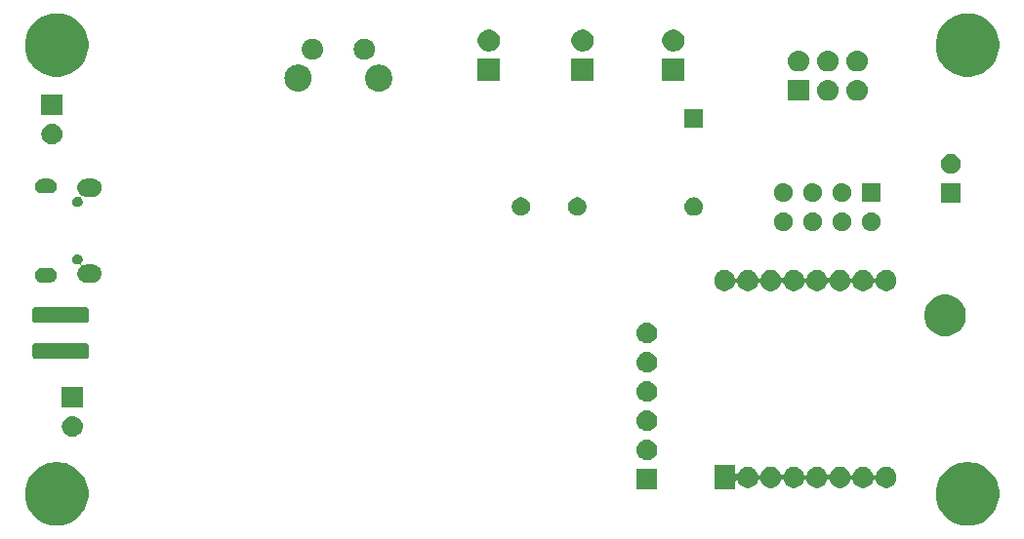
<source format=gbr>
G04 #@! TF.GenerationSoftware,KiCad,Pcbnew,6.0.0-rc1-unknown-dffa399~84~ubuntu16.04.1*
G04 #@! TF.CreationDate,2019-01-25T19:03:03+01:00
G04 #@! TF.ProjectId,mySensors_door_switch,6d795365-6e73-46f7-9273-5f646f6f725f,1.0*
G04 #@! TF.SameCoordinates,Original*
G04 #@! TF.FileFunction,Soldermask,Bot*
G04 #@! TF.FilePolarity,Negative*
%FSLAX46Y46*%
G04 Gerber Fmt 4.6, Leading zero omitted, Abs format (unit mm)*
G04 Created by KiCad (PCBNEW 6.0.0-rc1-unknown-dffa399~84~ubuntu16.04.1) date pią, 25 sty 2019, 19:03:03*
%MOMM*%
%LPD*%
G04 APERTURE LIST*
%ADD10C,0.100000*%
G04 APERTURE END LIST*
D10*
X132064000Y-70878200D02*
G75*
G03X132064000Y-70878200I-1143000J0D01*
G01*
X126060000Y-68378200D02*
G75*
G03X126060000Y-68378200I-889000J0D01*
G01*
X130560000Y-68378200D02*
G75*
G03X130560000Y-68378200I-889000J0D01*
G01*
X125064000Y-70878200D02*
G75*
G03X125064000Y-70878200I-1143000J0D01*
G01*
G36*
X182523693Y-104301859D02*
G01*
X182789437Y-104354719D01*
X183290087Y-104562095D01*
X183470357Y-104682548D01*
X183740663Y-104863161D01*
X184123839Y-105246337D01*
X184123841Y-105246340D01*
X184424905Y-105696913D01*
X184558363Y-106019109D01*
X184632281Y-106197564D01*
X184738000Y-106729049D01*
X184738000Y-107270951D01*
X184702186Y-107451000D01*
X184632281Y-107802437D01*
X184424905Y-108303087D01*
X184134636Y-108737504D01*
X184123839Y-108753663D01*
X183740663Y-109136839D01*
X183740660Y-109136841D01*
X183290087Y-109437905D01*
X182789437Y-109645281D01*
X182523693Y-109698141D01*
X182257951Y-109751000D01*
X181716049Y-109751000D01*
X181450307Y-109698141D01*
X181184563Y-109645281D01*
X180683913Y-109437905D01*
X180233340Y-109136841D01*
X180233337Y-109136839D01*
X179850161Y-108753663D01*
X179839364Y-108737504D01*
X179549095Y-108303087D01*
X179341719Y-107802437D01*
X179271814Y-107451000D01*
X179236000Y-107270951D01*
X179236000Y-106729049D01*
X179341719Y-106197564D01*
X179415637Y-106019109D01*
X179549095Y-105696913D01*
X179850159Y-105246340D01*
X179850161Y-105246337D01*
X180233337Y-104863161D01*
X180503643Y-104682548D01*
X180683913Y-104562095D01*
X181184563Y-104354719D01*
X181450307Y-104301859D01*
X181716049Y-104249000D01*
X182257951Y-104249000D01*
X182523693Y-104301859D01*
X182523693Y-104301859D01*
G37*
G36*
X103523693Y-104301859D02*
G01*
X103789437Y-104354719D01*
X104290087Y-104562095D01*
X104470357Y-104682548D01*
X104740663Y-104863161D01*
X105123839Y-105246337D01*
X105123841Y-105246340D01*
X105424905Y-105696913D01*
X105558363Y-106019109D01*
X105632281Y-106197564D01*
X105738000Y-106729049D01*
X105738000Y-107270951D01*
X105702186Y-107451000D01*
X105632281Y-107802437D01*
X105424905Y-108303087D01*
X105134636Y-108737504D01*
X105123839Y-108753663D01*
X104740663Y-109136839D01*
X104740660Y-109136841D01*
X104290087Y-109437905D01*
X103789437Y-109645281D01*
X103523693Y-109698141D01*
X103257951Y-109751000D01*
X102716049Y-109751000D01*
X102450307Y-109698141D01*
X102184563Y-109645281D01*
X101683913Y-109437905D01*
X101233340Y-109136841D01*
X101233337Y-109136839D01*
X100850161Y-108753663D01*
X100839364Y-108737504D01*
X100549095Y-108303087D01*
X100341719Y-107802437D01*
X100271814Y-107451000D01*
X100236000Y-107270951D01*
X100236000Y-106729049D01*
X100341719Y-106197564D01*
X100415637Y-106019109D01*
X100549095Y-105696913D01*
X100850159Y-105246340D01*
X100850161Y-105246337D01*
X101233337Y-104863161D01*
X101503643Y-104682548D01*
X101683913Y-104562095D01*
X102184563Y-104354719D01*
X102450307Y-104301859D01*
X102716049Y-104249000D01*
X103257951Y-104249000D01*
X103523693Y-104301859D01*
X103523693Y-104301859D01*
G37*
G36*
X155082000Y-106617000D02*
G01*
X153280000Y-106617000D01*
X153280000Y-104815000D01*
X155082000Y-104815000D01*
X155082000Y-106617000D01*
X155082000Y-106617000D01*
G37*
G36*
X161833600Y-105164006D02*
G01*
X161836002Y-105188392D01*
X161843115Y-105211841D01*
X161854666Y-105233452D01*
X161870212Y-105252394D01*
X161889154Y-105267940D01*
X161910765Y-105279491D01*
X161934214Y-105286604D01*
X161958600Y-105289006D01*
X161982986Y-105286604D01*
X162006435Y-105279491D01*
X162028046Y-105267940D01*
X162046988Y-105252394D01*
X162062534Y-105233452D01*
X162074085Y-105211842D01*
X162083798Y-105188392D01*
X162108492Y-105128775D01*
X162208584Y-104978977D01*
X162208586Y-104978974D01*
X162335974Y-104851586D01*
X162390729Y-104815000D01*
X162485775Y-104751492D01*
X162652221Y-104682548D01*
X162652222Y-104682548D01*
X162652224Y-104682547D01*
X162828918Y-104647400D01*
X163009082Y-104647400D01*
X163185776Y-104682547D01*
X163185778Y-104682548D01*
X163185779Y-104682548D01*
X163352225Y-104751492D01*
X163447271Y-104815000D01*
X163502026Y-104851586D01*
X163629414Y-104978974D01*
X163629416Y-104978977D01*
X163729508Y-105128775D01*
X163784897Y-105262496D01*
X163802475Y-105304933D01*
X163803513Y-105308355D01*
X163815063Y-105329967D01*
X163830608Y-105348909D01*
X163849549Y-105364456D01*
X163871160Y-105376008D01*
X163894608Y-105383122D01*
X163918995Y-105385525D01*
X163943381Y-105383124D01*
X163966830Y-105376012D01*
X163988442Y-105364462D01*
X164007384Y-105348917D01*
X164022931Y-105329976D01*
X164034483Y-105308365D01*
X164035522Y-105304940D01*
X164059796Y-105246337D01*
X164108492Y-105128775D01*
X164208584Y-104978977D01*
X164208586Y-104978974D01*
X164335974Y-104851586D01*
X164390729Y-104815000D01*
X164485775Y-104751492D01*
X164652221Y-104682548D01*
X164652222Y-104682548D01*
X164652224Y-104682547D01*
X164828918Y-104647400D01*
X165009082Y-104647400D01*
X165185776Y-104682547D01*
X165185778Y-104682548D01*
X165185779Y-104682548D01*
X165352225Y-104751492D01*
X165447271Y-104815000D01*
X165502026Y-104851586D01*
X165629414Y-104978974D01*
X165629416Y-104978977D01*
X165729508Y-105128775D01*
X165784897Y-105262496D01*
X165802475Y-105304933D01*
X165803513Y-105308355D01*
X165815063Y-105329967D01*
X165830608Y-105348909D01*
X165849549Y-105364456D01*
X165871160Y-105376008D01*
X165894608Y-105383122D01*
X165918995Y-105385525D01*
X165943381Y-105383124D01*
X165966830Y-105376012D01*
X165988442Y-105364462D01*
X166007384Y-105348917D01*
X166022931Y-105329976D01*
X166034483Y-105308365D01*
X166035522Y-105304940D01*
X166059796Y-105246337D01*
X166108492Y-105128775D01*
X166208584Y-104978977D01*
X166208586Y-104978974D01*
X166335974Y-104851586D01*
X166390729Y-104815000D01*
X166485775Y-104751492D01*
X166652221Y-104682548D01*
X166652222Y-104682548D01*
X166652224Y-104682547D01*
X166828918Y-104647400D01*
X167009082Y-104647400D01*
X167185776Y-104682547D01*
X167185778Y-104682548D01*
X167185779Y-104682548D01*
X167352225Y-104751492D01*
X167447271Y-104815000D01*
X167502026Y-104851586D01*
X167629414Y-104978974D01*
X167629416Y-104978977D01*
X167729508Y-105128775D01*
X167784897Y-105262496D01*
X167802475Y-105304933D01*
X167803513Y-105308355D01*
X167815063Y-105329967D01*
X167830608Y-105348909D01*
X167849549Y-105364456D01*
X167871160Y-105376008D01*
X167894608Y-105383122D01*
X167918995Y-105385525D01*
X167943381Y-105383124D01*
X167966830Y-105376012D01*
X167988442Y-105364462D01*
X168007384Y-105348917D01*
X168022931Y-105329976D01*
X168034483Y-105308365D01*
X168035522Y-105304940D01*
X168059796Y-105246337D01*
X168108492Y-105128775D01*
X168208584Y-104978977D01*
X168208586Y-104978974D01*
X168335974Y-104851586D01*
X168390729Y-104815000D01*
X168485775Y-104751492D01*
X168652221Y-104682548D01*
X168652222Y-104682548D01*
X168652224Y-104682547D01*
X168828918Y-104647400D01*
X169009082Y-104647400D01*
X169185776Y-104682547D01*
X169185778Y-104682548D01*
X169185779Y-104682548D01*
X169352225Y-104751492D01*
X169447271Y-104815000D01*
X169502026Y-104851586D01*
X169629414Y-104978974D01*
X169629416Y-104978977D01*
X169729508Y-105128775D01*
X169784897Y-105262496D01*
X169802475Y-105304933D01*
X169803513Y-105308355D01*
X169815063Y-105329967D01*
X169830608Y-105348909D01*
X169849549Y-105364456D01*
X169871160Y-105376008D01*
X169894608Y-105383122D01*
X169918995Y-105385525D01*
X169943381Y-105383124D01*
X169966830Y-105376012D01*
X169988442Y-105364462D01*
X170007384Y-105348917D01*
X170022931Y-105329976D01*
X170034483Y-105308365D01*
X170035522Y-105304940D01*
X170059796Y-105246337D01*
X170108492Y-105128775D01*
X170208584Y-104978977D01*
X170208586Y-104978974D01*
X170335974Y-104851586D01*
X170390729Y-104815000D01*
X170485775Y-104751492D01*
X170652221Y-104682548D01*
X170652222Y-104682548D01*
X170652224Y-104682547D01*
X170828918Y-104647400D01*
X171009082Y-104647400D01*
X171185776Y-104682547D01*
X171185778Y-104682548D01*
X171185779Y-104682548D01*
X171352225Y-104751492D01*
X171447271Y-104815000D01*
X171502026Y-104851586D01*
X171629414Y-104978974D01*
X171629416Y-104978977D01*
X171729508Y-105128775D01*
X171784897Y-105262496D01*
X171802475Y-105304933D01*
X171803513Y-105308355D01*
X171815063Y-105329967D01*
X171830608Y-105348909D01*
X171849549Y-105364456D01*
X171871160Y-105376008D01*
X171894608Y-105383122D01*
X171918995Y-105385525D01*
X171943381Y-105383124D01*
X171966830Y-105376012D01*
X171988442Y-105364462D01*
X172007384Y-105348917D01*
X172022931Y-105329976D01*
X172034483Y-105308365D01*
X172035522Y-105304940D01*
X172059796Y-105246337D01*
X172108492Y-105128775D01*
X172208584Y-104978977D01*
X172208586Y-104978974D01*
X172335974Y-104851586D01*
X172390729Y-104815000D01*
X172485775Y-104751492D01*
X172652221Y-104682548D01*
X172652222Y-104682548D01*
X172652224Y-104682547D01*
X172828918Y-104647400D01*
X173009082Y-104647400D01*
X173185776Y-104682547D01*
X173185778Y-104682548D01*
X173185779Y-104682548D01*
X173352225Y-104751492D01*
X173447271Y-104815000D01*
X173502026Y-104851586D01*
X173629414Y-104978974D01*
X173629416Y-104978977D01*
X173729508Y-105128775D01*
X173784897Y-105262496D01*
X173802475Y-105304933D01*
X173803513Y-105308355D01*
X173815063Y-105329967D01*
X173830608Y-105348909D01*
X173849549Y-105364456D01*
X173871160Y-105376008D01*
X173894608Y-105383122D01*
X173918995Y-105385525D01*
X173943381Y-105383124D01*
X173966830Y-105376012D01*
X173988442Y-105364462D01*
X174007384Y-105348917D01*
X174022931Y-105329976D01*
X174034483Y-105308365D01*
X174035522Y-105304940D01*
X174059796Y-105246337D01*
X174108492Y-105128775D01*
X174208584Y-104978977D01*
X174208586Y-104978974D01*
X174335974Y-104851586D01*
X174390729Y-104815000D01*
X174485775Y-104751492D01*
X174652221Y-104682548D01*
X174652222Y-104682548D01*
X174652224Y-104682547D01*
X174828918Y-104647400D01*
X175009082Y-104647400D01*
X175185776Y-104682547D01*
X175185778Y-104682548D01*
X175185779Y-104682548D01*
X175352225Y-104751492D01*
X175447271Y-104815000D01*
X175502026Y-104851586D01*
X175629414Y-104978974D01*
X175629416Y-104978977D01*
X175729508Y-105128775D01*
X175798452Y-105295221D01*
X175798453Y-105295224D01*
X175833600Y-105471918D01*
X175833600Y-105652082D01*
X175800386Y-105819060D01*
X175798452Y-105828779D01*
X175729508Y-105995225D01*
X175729507Y-105995226D01*
X175629414Y-106145026D01*
X175502026Y-106272414D01*
X175502023Y-106272416D01*
X175352225Y-106372508D01*
X175185779Y-106441452D01*
X175185778Y-106441452D01*
X175185776Y-106441453D01*
X175009082Y-106476600D01*
X174828918Y-106476600D01*
X174652224Y-106441453D01*
X174652222Y-106441452D01*
X174652221Y-106441452D01*
X174485775Y-106372508D01*
X174335977Y-106272416D01*
X174335974Y-106272414D01*
X174208586Y-106145026D01*
X174108493Y-105995226D01*
X174108492Y-105995225D01*
X174039548Y-105828779D01*
X174039547Y-105828776D01*
X174035525Y-105819067D01*
X174034487Y-105815645D01*
X174022937Y-105794033D01*
X174007392Y-105775091D01*
X173988451Y-105759544D01*
X173966840Y-105747992D01*
X173943392Y-105740878D01*
X173919005Y-105738475D01*
X173894619Y-105740876D01*
X173871170Y-105747988D01*
X173849558Y-105759538D01*
X173830616Y-105775083D01*
X173815069Y-105794024D01*
X173803517Y-105815635D01*
X173802478Y-105819060D01*
X173787340Y-105855605D01*
X173729508Y-105995225D01*
X173729507Y-105995226D01*
X173629414Y-106145026D01*
X173502026Y-106272414D01*
X173502023Y-106272416D01*
X173352225Y-106372508D01*
X173185779Y-106441452D01*
X173185778Y-106441452D01*
X173185776Y-106441453D01*
X173009082Y-106476600D01*
X172828918Y-106476600D01*
X172652224Y-106441453D01*
X172652222Y-106441452D01*
X172652221Y-106441452D01*
X172485775Y-106372508D01*
X172335977Y-106272416D01*
X172335974Y-106272414D01*
X172208586Y-106145026D01*
X172108493Y-105995226D01*
X172108492Y-105995225D01*
X172039548Y-105828779D01*
X172039547Y-105828776D01*
X172035525Y-105819067D01*
X172034487Y-105815645D01*
X172022937Y-105794033D01*
X172007392Y-105775091D01*
X171988451Y-105759544D01*
X171966840Y-105747992D01*
X171943392Y-105740878D01*
X171919005Y-105738475D01*
X171894619Y-105740876D01*
X171871170Y-105747988D01*
X171849558Y-105759538D01*
X171830616Y-105775083D01*
X171815069Y-105794024D01*
X171803517Y-105815635D01*
X171802478Y-105819060D01*
X171787340Y-105855605D01*
X171729508Y-105995225D01*
X171729507Y-105995226D01*
X171629414Y-106145026D01*
X171502026Y-106272414D01*
X171502023Y-106272416D01*
X171352225Y-106372508D01*
X171185779Y-106441452D01*
X171185778Y-106441452D01*
X171185776Y-106441453D01*
X171009082Y-106476600D01*
X170828918Y-106476600D01*
X170652224Y-106441453D01*
X170652222Y-106441452D01*
X170652221Y-106441452D01*
X170485775Y-106372508D01*
X170335977Y-106272416D01*
X170335974Y-106272414D01*
X170208586Y-106145026D01*
X170108493Y-105995226D01*
X170108492Y-105995225D01*
X170039548Y-105828779D01*
X170039547Y-105828776D01*
X170035525Y-105819067D01*
X170034487Y-105815645D01*
X170022937Y-105794033D01*
X170007392Y-105775091D01*
X169988451Y-105759544D01*
X169966840Y-105747992D01*
X169943392Y-105740878D01*
X169919005Y-105738475D01*
X169894619Y-105740876D01*
X169871170Y-105747988D01*
X169849558Y-105759538D01*
X169830616Y-105775083D01*
X169815069Y-105794024D01*
X169803517Y-105815635D01*
X169802478Y-105819060D01*
X169787340Y-105855605D01*
X169729508Y-105995225D01*
X169729507Y-105995226D01*
X169629414Y-106145026D01*
X169502026Y-106272414D01*
X169502023Y-106272416D01*
X169352225Y-106372508D01*
X169185779Y-106441452D01*
X169185778Y-106441452D01*
X169185776Y-106441453D01*
X169009082Y-106476600D01*
X168828918Y-106476600D01*
X168652224Y-106441453D01*
X168652222Y-106441452D01*
X168652221Y-106441452D01*
X168485775Y-106372508D01*
X168335977Y-106272416D01*
X168335974Y-106272414D01*
X168208586Y-106145026D01*
X168108493Y-105995226D01*
X168108492Y-105995225D01*
X168039548Y-105828779D01*
X168039547Y-105828776D01*
X168035525Y-105819067D01*
X168034487Y-105815645D01*
X168022937Y-105794033D01*
X168007392Y-105775091D01*
X167988451Y-105759544D01*
X167966840Y-105747992D01*
X167943392Y-105740878D01*
X167919005Y-105738475D01*
X167894619Y-105740876D01*
X167871170Y-105747988D01*
X167849558Y-105759538D01*
X167830616Y-105775083D01*
X167815069Y-105794024D01*
X167803517Y-105815635D01*
X167802478Y-105819060D01*
X167787340Y-105855605D01*
X167729508Y-105995225D01*
X167729507Y-105995226D01*
X167629414Y-106145026D01*
X167502026Y-106272414D01*
X167502023Y-106272416D01*
X167352225Y-106372508D01*
X167185779Y-106441452D01*
X167185778Y-106441452D01*
X167185776Y-106441453D01*
X167009082Y-106476600D01*
X166828918Y-106476600D01*
X166652224Y-106441453D01*
X166652222Y-106441452D01*
X166652221Y-106441452D01*
X166485775Y-106372508D01*
X166335977Y-106272416D01*
X166335974Y-106272414D01*
X166208586Y-106145026D01*
X166108493Y-105995226D01*
X166108492Y-105995225D01*
X166039548Y-105828779D01*
X166039547Y-105828776D01*
X166035525Y-105819067D01*
X166034487Y-105815645D01*
X166022937Y-105794033D01*
X166007392Y-105775091D01*
X165988451Y-105759544D01*
X165966840Y-105747992D01*
X165943392Y-105740878D01*
X165919005Y-105738475D01*
X165894619Y-105740876D01*
X165871170Y-105747988D01*
X165849558Y-105759538D01*
X165830616Y-105775083D01*
X165815069Y-105794024D01*
X165803517Y-105815635D01*
X165802478Y-105819060D01*
X165787340Y-105855605D01*
X165729508Y-105995225D01*
X165729507Y-105995226D01*
X165629414Y-106145026D01*
X165502026Y-106272414D01*
X165502023Y-106272416D01*
X165352225Y-106372508D01*
X165185779Y-106441452D01*
X165185778Y-106441452D01*
X165185776Y-106441453D01*
X165009082Y-106476600D01*
X164828918Y-106476600D01*
X164652224Y-106441453D01*
X164652222Y-106441452D01*
X164652221Y-106441452D01*
X164485775Y-106372508D01*
X164335977Y-106272416D01*
X164335974Y-106272414D01*
X164208586Y-106145026D01*
X164108493Y-105995226D01*
X164108492Y-105995225D01*
X164039548Y-105828779D01*
X164039547Y-105828776D01*
X164035525Y-105819067D01*
X164034487Y-105815645D01*
X164022937Y-105794033D01*
X164007392Y-105775091D01*
X163988451Y-105759544D01*
X163966840Y-105747992D01*
X163943392Y-105740878D01*
X163919005Y-105738475D01*
X163894619Y-105740876D01*
X163871170Y-105747988D01*
X163849558Y-105759538D01*
X163830616Y-105775083D01*
X163815069Y-105794024D01*
X163803517Y-105815635D01*
X163802478Y-105819060D01*
X163787340Y-105855605D01*
X163729508Y-105995225D01*
X163729507Y-105995226D01*
X163629414Y-106145026D01*
X163502026Y-106272414D01*
X163502023Y-106272416D01*
X163352225Y-106372508D01*
X163185779Y-106441452D01*
X163185778Y-106441452D01*
X163185776Y-106441453D01*
X163009082Y-106476600D01*
X162828918Y-106476600D01*
X162652224Y-106441453D01*
X162652222Y-106441452D01*
X162652221Y-106441452D01*
X162485775Y-106372508D01*
X162335977Y-106272416D01*
X162335974Y-106272414D01*
X162208586Y-106145026D01*
X162108493Y-105995226D01*
X162108492Y-105995225D01*
X162074083Y-105912155D01*
X162062534Y-105890547D01*
X162046988Y-105871605D01*
X162028046Y-105856060D01*
X162006435Y-105844509D01*
X161982986Y-105837396D01*
X161958600Y-105834994D01*
X161934213Y-105837396D01*
X161910764Y-105844509D01*
X161889153Y-105856060D01*
X161870211Y-105871606D01*
X161854666Y-105890548D01*
X161843115Y-105912159D01*
X161836002Y-105935608D01*
X161833600Y-105959994D01*
X161833600Y-106613000D01*
X160004400Y-106613000D01*
X160004400Y-104511000D01*
X161833600Y-104511000D01*
X161833600Y-105164006D01*
X161833600Y-105164006D01*
G37*
G36*
X154291443Y-102281519D02*
G01*
X154357627Y-102288037D01*
X154470853Y-102322384D01*
X154527467Y-102339557D01*
X154666087Y-102413652D01*
X154683991Y-102423222D01*
X154719729Y-102452552D01*
X154821186Y-102535814D01*
X154904448Y-102637271D01*
X154933778Y-102673009D01*
X154933779Y-102673011D01*
X155017443Y-102829533D01*
X155017443Y-102829534D01*
X155068963Y-102999373D01*
X155086359Y-103176000D01*
X155068963Y-103352627D01*
X155034616Y-103465853D01*
X155017443Y-103522467D01*
X154943348Y-103661087D01*
X154933778Y-103678991D01*
X154904448Y-103714729D01*
X154821186Y-103816186D01*
X154719729Y-103899448D01*
X154683991Y-103928778D01*
X154683989Y-103928779D01*
X154527467Y-104012443D01*
X154470853Y-104029616D01*
X154357627Y-104063963D01*
X154291442Y-104070482D01*
X154225260Y-104077000D01*
X154136740Y-104077000D01*
X154070558Y-104070482D01*
X154004373Y-104063963D01*
X153891147Y-104029616D01*
X153834533Y-104012443D01*
X153678011Y-103928779D01*
X153678009Y-103928778D01*
X153642271Y-103899448D01*
X153540814Y-103816186D01*
X153457552Y-103714729D01*
X153428222Y-103678991D01*
X153418652Y-103661087D01*
X153344557Y-103522467D01*
X153327384Y-103465853D01*
X153293037Y-103352627D01*
X153275641Y-103176000D01*
X153293037Y-102999373D01*
X153344557Y-102829534D01*
X153344557Y-102829533D01*
X153428221Y-102673011D01*
X153428222Y-102673009D01*
X153457552Y-102637271D01*
X153540814Y-102535814D01*
X153642271Y-102452552D01*
X153678009Y-102423222D01*
X153695913Y-102413652D01*
X153834533Y-102339557D01*
X153891147Y-102322384D01*
X154004373Y-102288037D01*
X154070557Y-102281519D01*
X154136740Y-102275000D01*
X154225260Y-102275000D01*
X154291443Y-102281519D01*
X154291443Y-102281519D01*
G37*
G36*
X104453442Y-100249718D02*
G01*
X104519627Y-100256237D01*
X104629389Y-100289533D01*
X104689467Y-100307757D01*
X104828087Y-100381852D01*
X104845991Y-100391422D01*
X104881729Y-100420752D01*
X104983186Y-100504014D01*
X105066448Y-100605471D01*
X105095778Y-100641209D01*
X105095779Y-100641211D01*
X105179443Y-100797733D01*
X105179443Y-100797734D01*
X105230963Y-100967573D01*
X105248359Y-101144200D01*
X105230963Y-101320827D01*
X105210350Y-101388778D01*
X105179443Y-101490667D01*
X105154677Y-101537000D01*
X105095778Y-101647191D01*
X105066448Y-101682929D01*
X104983186Y-101784386D01*
X104881729Y-101867648D01*
X104845991Y-101896978D01*
X104845989Y-101896979D01*
X104689467Y-101980643D01*
X104632853Y-101997816D01*
X104519627Y-102032163D01*
X104453442Y-102038682D01*
X104387260Y-102045200D01*
X104298740Y-102045200D01*
X104232558Y-102038682D01*
X104166373Y-102032163D01*
X104053147Y-101997816D01*
X103996533Y-101980643D01*
X103840011Y-101896979D01*
X103840009Y-101896978D01*
X103804271Y-101867648D01*
X103702814Y-101784386D01*
X103619552Y-101682929D01*
X103590222Y-101647191D01*
X103531323Y-101537000D01*
X103506557Y-101490667D01*
X103475650Y-101388778D01*
X103455037Y-101320827D01*
X103437641Y-101144200D01*
X103455037Y-100967573D01*
X103506557Y-100797734D01*
X103506557Y-100797733D01*
X103590221Y-100641211D01*
X103590222Y-100641209D01*
X103619552Y-100605471D01*
X103702814Y-100504014D01*
X103804271Y-100420752D01*
X103840009Y-100391422D01*
X103857913Y-100381852D01*
X103996533Y-100307757D01*
X104056611Y-100289533D01*
X104166373Y-100256237D01*
X104232557Y-100249719D01*
X104298740Y-100243200D01*
X104387260Y-100243200D01*
X104453442Y-100249718D01*
X104453442Y-100249718D01*
G37*
G36*
X154291443Y-99741519D02*
G01*
X154357627Y-99748037D01*
X154470853Y-99782384D01*
X154527467Y-99799557D01*
X154666087Y-99873652D01*
X154683991Y-99883222D01*
X154719729Y-99912552D01*
X154821186Y-99995814D01*
X154904448Y-100097271D01*
X154933778Y-100133009D01*
X154933779Y-100133011D01*
X155017443Y-100289533D01*
X155017443Y-100289534D01*
X155068963Y-100459373D01*
X155086359Y-100636000D01*
X155068963Y-100812627D01*
X155034616Y-100925853D01*
X155017443Y-100982467D01*
X154943348Y-101121087D01*
X154933778Y-101138991D01*
X154929503Y-101144200D01*
X154821186Y-101276186D01*
X154719729Y-101359448D01*
X154683991Y-101388778D01*
X154683989Y-101388779D01*
X154527467Y-101472443D01*
X154470853Y-101489616D01*
X154357627Y-101523963D01*
X154291443Y-101530481D01*
X154225260Y-101537000D01*
X154136740Y-101537000D01*
X154070557Y-101530481D01*
X154004373Y-101523963D01*
X153891147Y-101489616D01*
X153834533Y-101472443D01*
X153678011Y-101388779D01*
X153678009Y-101388778D01*
X153642271Y-101359448D01*
X153540814Y-101276186D01*
X153432497Y-101144200D01*
X153428222Y-101138991D01*
X153418652Y-101121087D01*
X153344557Y-100982467D01*
X153327384Y-100925853D01*
X153293037Y-100812627D01*
X153275641Y-100636000D01*
X153293037Y-100459373D01*
X153344557Y-100289534D01*
X153344557Y-100289533D01*
X153428221Y-100133011D01*
X153428222Y-100133009D01*
X153457552Y-100097271D01*
X153540814Y-99995814D01*
X153642271Y-99912552D01*
X153678009Y-99883222D01*
X153695913Y-99873652D01*
X153834533Y-99799557D01*
X153891147Y-99782384D01*
X154004373Y-99748037D01*
X154070557Y-99741519D01*
X154136740Y-99735000D01*
X154225260Y-99735000D01*
X154291443Y-99741519D01*
X154291443Y-99741519D01*
G37*
G36*
X105244000Y-99505200D02*
G01*
X103442000Y-99505200D01*
X103442000Y-97703200D01*
X105244000Y-97703200D01*
X105244000Y-99505200D01*
X105244000Y-99505200D01*
G37*
G36*
X154291442Y-97201518D02*
G01*
X154357627Y-97208037D01*
X154470853Y-97242384D01*
X154527467Y-97259557D01*
X154666087Y-97333652D01*
X154683991Y-97343222D01*
X154719729Y-97372552D01*
X154821186Y-97455814D01*
X154904448Y-97557271D01*
X154933778Y-97593009D01*
X154933779Y-97593011D01*
X155017443Y-97749533D01*
X155017443Y-97749534D01*
X155068963Y-97919373D01*
X155086359Y-98096000D01*
X155068963Y-98272627D01*
X155034616Y-98385853D01*
X155017443Y-98442467D01*
X154943348Y-98581087D01*
X154933778Y-98598991D01*
X154904448Y-98634729D01*
X154821186Y-98736186D01*
X154719729Y-98819448D01*
X154683991Y-98848778D01*
X154683989Y-98848779D01*
X154527467Y-98932443D01*
X154470853Y-98949616D01*
X154357627Y-98983963D01*
X154291442Y-98990482D01*
X154225260Y-98997000D01*
X154136740Y-98997000D01*
X154070557Y-98990481D01*
X154004373Y-98983963D01*
X153891147Y-98949616D01*
X153834533Y-98932443D01*
X153678011Y-98848779D01*
X153678009Y-98848778D01*
X153642271Y-98819448D01*
X153540814Y-98736186D01*
X153457552Y-98634729D01*
X153428222Y-98598991D01*
X153418652Y-98581087D01*
X153344557Y-98442467D01*
X153327384Y-98385853D01*
X153293037Y-98272627D01*
X153275641Y-98096000D01*
X153293037Y-97919373D01*
X153344557Y-97749534D01*
X153344557Y-97749533D01*
X153428221Y-97593011D01*
X153428222Y-97593009D01*
X153457552Y-97557271D01*
X153540814Y-97455814D01*
X153642271Y-97372552D01*
X153678009Y-97343222D01*
X153695913Y-97333652D01*
X153834533Y-97259557D01*
X153891147Y-97242384D01*
X154004373Y-97208037D01*
X154070558Y-97201518D01*
X154136740Y-97195000D01*
X154225260Y-97195000D01*
X154291442Y-97201518D01*
X154291442Y-97201518D01*
G37*
G36*
X154291443Y-94661519D02*
G01*
X154357627Y-94668037D01*
X154470853Y-94702384D01*
X154527467Y-94719557D01*
X154666087Y-94793652D01*
X154683991Y-94803222D01*
X154719729Y-94832552D01*
X154821186Y-94915814D01*
X154866790Y-94971384D01*
X154933778Y-95053009D01*
X154933779Y-95053011D01*
X155017443Y-95209533D01*
X155026025Y-95237825D01*
X155068963Y-95379373D01*
X155086359Y-95556000D01*
X155068963Y-95732627D01*
X155034616Y-95845853D01*
X155017443Y-95902467D01*
X154943348Y-96041087D01*
X154933778Y-96058991D01*
X154904448Y-96094729D01*
X154821186Y-96196186D01*
X154719729Y-96279448D01*
X154683991Y-96308778D01*
X154683989Y-96308779D01*
X154527467Y-96392443D01*
X154470853Y-96409616D01*
X154357627Y-96443963D01*
X154291443Y-96450481D01*
X154225260Y-96457000D01*
X154136740Y-96457000D01*
X154070557Y-96450481D01*
X154004373Y-96443963D01*
X153891147Y-96409616D01*
X153834533Y-96392443D01*
X153678011Y-96308779D01*
X153678009Y-96308778D01*
X153642271Y-96279448D01*
X153540814Y-96196186D01*
X153457552Y-96094729D01*
X153428222Y-96058991D01*
X153418652Y-96041087D01*
X153344557Y-95902467D01*
X153327384Y-95845853D01*
X153293037Y-95732627D01*
X153275641Y-95556000D01*
X153293037Y-95379373D01*
X153335975Y-95237825D01*
X153344557Y-95209533D01*
X153428221Y-95053011D01*
X153428222Y-95053009D01*
X153495210Y-94971384D01*
X153540814Y-94915814D01*
X153642271Y-94832552D01*
X153678009Y-94803222D01*
X153695913Y-94793652D01*
X153834533Y-94719557D01*
X153891147Y-94702384D01*
X154004373Y-94668037D01*
X154070557Y-94661519D01*
X154136740Y-94655000D01*
X154225260Y-94655000D01*
X154291443Y-94661519D01*
X154291443Y-94661519D01*
G37*
G36*
X105594444Y-93919575D02*
G01*
X105631259Y-93930742D01*
X105665182Y-93948875D01*
X105694920Y-93973280D01*
X105719325Y-94003018D01*
X105737458Y-94036941D01*
X105748625Y-94073756D01*
X105753000Y-94118177D01*
X105753000Y-95039223D01*
X105748625Y-95083644D01*
X105737458Y-95120459D01*
X105719325Y-95154382D01*
X105694920Y-95184120D01*
X105665182Y-95208525D01*
X105631259Y-95226658D01*
X105594444Y-95237825D01*
X105550023Y-95242200D01*
X101103977Y-95242200D01*
X101059556Y-95237825D01*
X101022741Y-95226658D01*
X100988818Y-95208525D01*
X100959080Y-95184120D01*
X100934675Y-95154382D01*
X100916542Y-95120459D01*
X100905375Y-95083644D01*
X100901000Y-95039223D01*
X100901000Y-94118177D01*
X100905375Y-94073756D01*
X100916542Y-94036941D01*
X100934675Y-94003018D01*
X100959080Y-93973280D01*
X100988818Y-93948875D01*
X101022741Y-93930742D01*
X101059556Y-93919575D01*
X101103977Y-93915200D01*
X105550023Y-93915200D01*
X105594444Y-93919575D01*
X105594444Y-93919575D01*
G37*
G36*
X154291443Y-92121519D02*
G01*
X154357627Y-92128037D01*
X154470853Y-92162384D01*
X154527467Y-92179557D01*
X154666087Y-92253652D01*
X154683991Y-92263222D01*
X154719729Y-92292552D01*
X154821186Y-92375814D01*
X154904448Y-92477271D01*
X154933778Y-92513009D01*
X154933779Y-92513011D01*
X155017443Y-92669533D01*
X155017443Y-92669534D01*
X155068963Y-92839373D01*
X155086359Y-93016000D01*
X155068963Y-93192627D01*
X155038436Y-93293260D01*
X155017443Y-93362467D01*
X154943348Y-93501087D01*
X154933778Y-93518991D01*
X154904448Y-93554729D01*
X154821186Y-93656186D01*
X154719729Y-93739448D01*
X154683991Y-93768778D01*
X154683989Y-93768779D01*
X154527467Y-93852443D01*
X154470853Y-93869616D01*
X154357627Y-93903963D01*
X154291442Y-93910482D01*
X154225260Y-93917000D01*
X154136740Y-93917000D01*
X154070558Y-93910482D01*
X154004373Y-93903963D01*
X153891147Y-93869616D01*
X153834533Y-93852443D01*
X153678011Y-93768779D01*
X153678009Y-93768778D01*
X153642271Y-93739448D01*
X153540814Y-93656186D01*
X153457552Y-93554729D01*
X153428222Y-93518991D01*
X153418652Y-93501087D01*
X153344557Y-93362467D01*
X153323564Y-93293260D01*
X153293037Y-93192627D01*
X153275641Y-93016000D01*
X153293037Y-92839373D01*
X153344557Y-92669534D01*
X153344557Y-92669533D01*
X153428221Y-92513011D01*
X153428222Y-92513009D01*
X153457552Y-92477271D01*
X153540814Y-92375814D01*
X153642271Y-92292552D01*
X153678009Y-92263222D01*
X153695913Y-92253652D01*
X153834533Y-92179557D01*
X153891147Y-92162384D01*
X154004373Y-92128037D01*
X154070558Y-92121518D01*
X154136740Y-92115000D01*
X154225260Y-92115000D01*
X154291443Y-92121519D01*
X154291443Y-92121519D01*
G37*
G36*
X180261905Y-89700989D02*
G01*
X180560350Y-89760353D01*
X180888122Y-89896121D01*
X181183109Y-90093225D01*
X181433975Y-90344091D01*
X181631079Y-90639078D01*
X181766847Y-90966850D01*
X181836060Y-91314811D01*
X181836060Y-91669589D01*
X181766847Y-92017550D01*
X181631079Y-92345322D01*
X181433975Y-92640309D01*
X181183109Y-92891175D01*
X180888122Y-93088279D01*
X180560350Y-93224047D01*
X180261905Y-93283411D01*
X180212390Y-93293260D01*
X179857610Y-93293260D01*
X179808095Y-93283411D01*
X179509650Y-93224047D01*
X179181878Y-93088279D01*
X178886891Y-92891175D01*
X178636025Y-92640309D01*
X178438921Y-92345322D01*
X178303153Y-92017550D01*
X178233940Y-91669589D01*
X178233940Y-91314811D01*
X178303153Y-90966850D01*
X178438921Y-90639078D01*
X178636025Y-90344091D01*
X178886891Y-90093225D01*
X179181878Y-89896121D01*
X179509650Y-89760353D01*
X179808095Y-89700989D01*
X179857610Y-89691140D01*
X180212390Y-89691140D01*
X180261905Y-89700989D01*
X180261905Y-89700989D01*
G37*
G36*
X105594444Y-90794575D02*
G01*
X105631259Y-90805742D01*
X105665182Y-90823875D01*
X105694920Y-90848280D01*
X105719325Y-90878018D01*
X105737458Y-90911941D01*
X105748625Y-90948756D01*
X105753000Y-90993177D01*
X105753000Y-91914223D01*
X105748625Y-91958644D01*
X105737458Y-91995459D01*
X105719325Y-92029382D01*
X105694920Y-92059120D01*
X105665182Y-92083525D01*
X105631259Y-92101658D01*
X105594444Y-92112825D01*
X105550023Y-92117200D01*
X101103977Y-92117200D01*
X101059556Y-92112825D01*
X101022741Y-92101658D01*
X100988818Y-92083525D01*
X100959080Y-92059120D01*
X100934675Y-92029382D01*
X100916542Y-91995459D01*
X100905375Y-91958644D01*
X100901000Y-91914223D01*
X100901000Y-90993177D01*
X100905375Y-90948756D01*
X100916542Y-90911941D01*
X100934675Y-90878018D01*
X100959080Y-90848280D01*
X100988818Y-90823875D01*
X101022741Y-90805742D01*
X101059556Y-90794575D01*
X101103977Y-90790200D01*
X105550023Y-90790200D01*
X105594444Y-90794575D01*
X105594444Y-90794575D01*
G37*
G36*
X161185776Y-87582547D02*
G01*
X161185778Y-87582548D01*
X161185779Y-87582548D01*
X161352225Y-87651492D01*
X161423442Y-87699078D01*
X161502026Y-87751586D01*
X161629414Y-87878974D01*
X161629416Y-87878977D01*
X161729508Y-88028775D01*
X161768916Y-88123914D01*
X161802475Y-88204933D01*
X161803513Y-88208355D01*
X161815063Y-88229967D01*
X161830608Y-88248909D01*
X161849549Y-88264456D01*
X161871160Y-88276008D01*
X161894608Y-88283122D01*
X161918995Y-88285525D01*
X161943381Y-88283124D01*
X161966830Y-88276012D01*
X161988442Y-88264462D01*
X162007384Y-88248917D01*
X162022931Y-88229976D01*
X162034483Y-88208365D01*
X162035522Y-88204940D01*
X162069084Y-88123914D01*
X162108492Y-88028775D01*
X162208584Y-87878977D01*
X162208586Y-87878974D01*
X162335974Y-87751586D01*
X162414558Y-87699078D01*
X162485775Y-87651492D01*
X162652221Y-87582548D01*
X162652222Y-87582548D01*
X162652224Y-87582547D01*
X162828918Y-87547400D01*
X163009082Y-87547400D01*
X163185776Y-87582547D01*
X163185778Y-87582548D01*
X163185779Y-87582548D01*
X163352225Y-87651492D01*
X163423442Y-87699078D01*
X163502026Y-87751586D01*
X163629414Y-87878974D01*
X163629416Y-87878977D01*
X163729508Y-88028775D01*
X163768916Y-88123914D01*
X163802475Y-88204933D01*
X163803513Y-88208355D01*
X163815063Y-88229967D01*
X163830608Y-88248909D01*
X163849549Y-88264456D01*
X163871160Y-88276008D01*
X163894608Y-88283122D01*
X163918995Y-88285525D01*
X163943381Y-88283124D01*
X163966830Y-88276012D01*
X163988442Y-88264462D01*
X164007384Y-88248917D01*
X164022931Y-88229976D01*
X164034483Y-88208365D01*
X164035522Y-88204940D01*
X164069084Y-88123914D01*
X164108492Y-88028775D01*
X164208584Y-87878977D01*
X164208586Y-87878974D01*
X164335974Y-87751586D01*
X164414558Y-87699078D01*
X164485775Y-87651492D01*
X164652221Y-87582548D01*
X164652222Y-87582548D01*
X164652224Y-87582547D01*
X164828918Y-87547400D01*
X165009082Y-87547400D01*
X165185776Y-87582547D01*
X165185778Y-87582548D01*
X165185779Y-87582548D01*
X165352225Y-87651492D01*
X165423442Y-87699078D01*
X165502026Y-87751586D01*
X165629414Y-87878974D01*
X165629416Y-87878977D01*
X165729508Y-88028775D01*
X165768916Y-88123914D01*
X165802475Y-88204933D01*
X165803513Y-88208355D01*
X165815063Y-88229967D01*
X165830608Y-88248909D01*
X165849549Y-88264456D01*
X165871160Y-88276008D01*
X165894608Y-88283122D01*
X165918995Y-88285525D01*
X165943381Y-88283124D01*
X165966830Y-88276012D01*
X165988442Y-88264462D01*
X166007384Y-88248917D01*
X166022931Y-88229976D01*
X166034483Y-88208365D01*
X166035522Y-88204940D01*
X166069084Y-88123914D01*
X166108492Y-88028775D01*
X166208584Y-87878977D01*
X166208586Y-87878974D01*
X166335974Y-87751586D01*
X166414558Y-87699078D01*
X166485775Y-87651492D01*
X166652221Y-87582548D01*
X166652222Y-87582548D01*
X166652224Y-87582547D01*
X166828918Y-87547400D01*
X167009082Y-87547400D01*
X167185776Y-87582547D01*
X167185778Y-87582548D01*
X167185779Y-87582548D01*
X167352225Y-87651492D01*
X167423442Y-87699078D01*
X167502026Y-87751586D01*
X167629414Y-87878974D01*
X167629416Y-87878977D01*
X167729508Y-88028775D01*
X167768916Y-88123914D01*
X167802475Y-88204933D01*
X167803513Y-88208355D01*
X167815063Y-88229967D01*
X167830608Y-88248909D01*
X167849549Y-88264456D01*
X167871160Y-88276008D01*
X167894608Y-88283122D01*
X167918995Y-88285525D01*
X167943381Y-88283124D01*
X167966830Y-88276012D01*
X167988442Y-88264462D01*
X168007384Y-88248917D01*
X168022931Y-88229976D01*
X168034483Y-88208365D01*
X168035522Y-88204940D01*
X168069084Y-88123914D01*
X168108492Y-88028775D01*
X168208584Y-87878977D01*
X168208586Y-87878974D01*
X168335974Y-87751586D01*
X168414558Y-87699078D01*
X168485775Y-87651492D01*
X168652221Y-87582548D01*
X168652222Y-87582548D01*
X168652224Y-87582547D01*
X168828918Y-87547400D01*
X169009082Y-87547400D01*
X169185776Y-87582547D01*
X169185778Y-87582548D01*
X169185779Y-87582548D01*
X169352225Y-87651492D01*
X169423442Y-87699078D01*
X169502026Y-87751586D01*
X169629414Y-87878974D01*
X169629416Y-87878977D01*
X169729508Y-88028775D01*
X169768916Y-88123914D01*
X169802475Y-88204933D01*
X169803513Y-88208355D01*
X169815063Y-88229967D01*
X169830608Y-88248909D01*
X169849549Y-88264456D01*
X169871160Y-88276008D01*
X169894608Y-88283122D01*
X169918995Y-88285525D01*
X169943381Y-88283124D01*
X169966830Y-88276012D01*
X169988442Y-88264462D01*
X170007384Y-88248917D01*
X170022931Y-88229976D01*
X170034483Y-88208365D01*
X170035522Y-88204940D01*
X170069084Y-88123914D01*
X170108492Y-88028775D01*
X170208584Y-87878977D01*
X170208586Y-87878974D01*
X170335974Y-87751586D01*
X170414558Y-87699078D01*
X170485775Y-87651492D01*
X170652221Y-87582548D01*
X170652222Y-87582548D01*
X170652224Y-87582547D01*
X170828918Y-87547400D01*
X171009082Y-87547400D01*
X171185776Y-87582547D01*
X171185778Y-87582548D01*
X171185779Y-87582548D01*
X171352225Y-87651492D01*
X171423442Y-87699078D01*
X171502026Y-87751586D01*
X171629414Y-87878974D01*
X171629416Y-87878977D01*
X171729508Y-88028775D01*
X171768916Y-88123914D01*
X171802475Y-88204933D01*
X171803513Y-88208355D01*
X171815063Y-88229967D01*
X171830608Y-88248909D01*
X171849549Y-88264456D01*
X171871160Y-88276008D01*
X171894608Y-88283122D01*
X171918995Y-88285525D01*
X171943381Y-88283124D01*
X171966830Y-88276012D01*
X171988442Y-88264462D01*
X172007384Y-88248917D01*
X172022931Y-88229976D01*
X172034483Y-88208365D01*
X172035522Y-88204940D01*
X172069084Y-88123914D01*
X172108492Y-88028775D01*
X172208584Y-87878977D01*
X172208586Y-87878974D01*
X172335974Y-87751586D01*
X172414558Y-87699078D01*
X172485775Y-87651492D01*
X172652221Y-87582548D01*
X172652222Y-87582548D01*
X172652224Y-87582547D01*
X172828918Y-87547400D01*
X173009082Y-87547400D01*
X173185776Y-87582547D01*
X173185778Y-87582548D01*
X173185779Y-87582548D01*
X173352225Y-87651492D01*
X173423442Y-87699078D01*
X173502026Y-87751586D01*
X173629414Y-87878974D01*
X173629416Y-87878977D01*
X173729508Y-88028775D01*
X173768916Y-88123914D01*
X173802475Y-88204933D01*
X173803513Y-88208355D01*
X173815063Y-88229967D01*
X173830608Y-88248909D01*
X173849549Y-88264456D01*
X173871160Y-88276008D01*
X173894608Y-88283122D01*
X173918995Y-88285525D01*
X173943381Y-88283124D01*
X173966830Y-88276012D01*
X173988442Y-88264462D01*
X174007384Y-88248917D01*
X174022931Y-88229976D01*
X174034483Y-88208365D01*
X174035522Y-88204940D01*
X174069084Y-88123914D01*
X174108492Y-88028775D01*
X174208584Y-87878977D01*
X174208586Y-87878974D01*
X174335974Y-87751586D01*
X174414558Y-87699078D01*
X174485775Y-87651492D01*
X174652221Y-87582548D01*
X174652222Y-87582548D01*
X174652224Y-87582547D01*
X174828918Y-87547400D01*
X175009082Y-87547400D01*
X175185776Y-87582547D01*
X175185778Y-87582548D01*
X175185779Y-87582548D01*
X175352225Y-87651492D01*
X175423442Y-87699078D01*
X175502026Y-87751586D01*
X175629414Y-87878974D01*
X175629416Y-87878977D01*
X175729508Y-88028775D01*
X175798452Y-88195221D01*
X175798453Y-88195224D01*
X175833600Y-88371918D01*
X175833600Y-88552082D01*
X175800386Y-88719060D01*
X175798452Y-88728779D01*
X175729508Y-88895225D01*
X175729507Y-88895226D01*
X175629414Y-89045026D01*
X175502026Y-89172414D01*
X175502023Y-89172416D01*
X175352225Y-89272508D01*
X175185779Y-89341452D01*
X175185778Y-89341452D01*
X175185776Y-89341453D01*
X175009082Y-89376600D01*
X174828918Y-89376600D01*
X174652224Y-89341453D01*
X174652222Y-89341452D01*
X174652221Y-89341452D01*
X174485775Y-89272508D01*
X174335977Y-89172416D01*
X174335974Y-89172414D01*
X174208586Y-89045026D01*
X174108493Y-88895226D01*
X174108492Y-88895225D01*
X174039548Y-88728779D01*
X174039547Y-88728776D01*
X174035525Y-88719067D01*
X174034487Y-88715645D01*
X174022937Y-88694033D01*
X174007392Y-88675091D01*
X173988451Y-88659544D01*
X173966840Y-88647992D01*
X173943392Y-88640878D01*
X173919005Y-88638475D01*
X173894619Y-88640876D01*
X173871170Y-88647988D01*
X173849558Y-88659538D01*
X173830616Y-88675083D01*
X173815069Y-88694024D01*
X173803517Y-88715635D01*
X173802478Y-88719060D01*
X173798453Y-88728776D01*
X173798452Y-88728779D01*
X173729508Y-88895225D01*
X173729507Y-88895226D01*
X173629414Y-89045026D01*
X173502026Y-89172414D01*
X173502023Y-89172416D01*
X173352225Y-89272508D01*
X173185779Y-89341452D01*
X173185778Y-89341452D01*
X173185776Y-89341453D01*
X173009082Y-89376600D01*
X172828918Y-89376600D01*
X172652224Y-89341453D01*
X172652222Y-89341452D01*
X172652221Y-89341452D01*
X172485775Y-89272508D01*
X172335977Y-89172416D01*
X172335974Y-89172414D01*
X172208586Y-89045026D01*
X172108493Y-88895226D01*
X172108492Y-88895225D01*
X172039548Y-88728779D01*
X172039547Y-88728776D01*
X172035525Y-88719067D01*
X172034487Y-88715645D01*
X172022937Y-88694033D01*
X172007392Y-88675091D01*
X171988451Y-88659544D01*
X171966840Y-88647992D01*
X171943392Y-88640878D01*
X171919005Y-88638475D01*
X171894619Y-88640876D01*
X171871170Y-88647988D01*
X171849558Y-88659538D01*
X171830616Y-88675083D01*
X171815069Y-88694024D01*
X171803517Y-88715635D01*
X171802478Y-88719060D01*
X171798453Y-88728776D01*
X171798452Y-88728779D01*
X171729508Y-88895225D01*
X171729507Y-88895226D01*
X171629414Y-89045026D01*
X171502026Y-89172414D01*
X171502023Y-89172416D01*
X171352225Y-89272508D01*
X171185779Y-89341452D01*
X171185778Y-89341452D01*
X171185776Y-89341453D01*
X171009082Y-89376600D01*
X170828918Y-89376600D01*
X170652224Y-89341453D01*
X170652222Y-89341452D01*
X170652221Y-89341452D01*
X170485775Y-89272508D01*
X170335977Y-89172416D01*
X170335974Y-89172414D01*
X170208586Y-89045026D01*
X170108493Y-88895226D01*
X170108492Y-88895225D01*
X170039548Y-88728779D01*
X170039547Y-88728776D01*
X170035525Y-88719067D01*
X170034487Y-88715645D01*
X170022937Y-88694033D01*
X170007392Y-88675091D01*
X169988451Y-88659544D01*
X169966840Y-88647992D01*
X169943392Y-88640878D01*
X169919005Y-88638475D01*
X169894619Y-88640876D01*
X169871170Y-88647988D01*
X169849558Y-88659538D01*
X169830616Y-88675083D01*
X169815069Y-88694024D01*
X169803517Y-88715635D01*
X169802478Y-88719060D01*
X169798453Y-88728776D01*
X169798452Y-88728779D01*
X169729508Y-88895225D01*
X169729507Y-88895226D01*
X169629414Y-89045026D01*
X169502026Y-89172414D01*
X169502023Y-89172416D01*
X169352225Y-89272508D01*
X169185779Y-89341452D01*
X169185778Y-89341452D01*
X169185776Y-89341453D01*
X169009082Y-89376600D01*
X168828918Y-89376600D01*
X168652224Y-89341453D01*
X168652222Y-89341452D01*
X168652221Y-89341452D01*
X168485775Y-89272508D01*
X168335977Y-89172416D01*
X168335974Y-89172414D01*
X168208586Y-89045026D01*
X168108493Y-88895226D01*
X168108492Y-88895225D01*
X168039548Y-88728779D01*
X168039547Y-88728776D01*
X168035525Y-88719067D01*
X168034487Y-88715645D01*
X168022937Y-88694033D01*
X168007392Y-88675091D01*
X167988451Y-88659544D01*
X167966840Y-88647992D01*
X167943392Y-88640878D01*
X167919005Y-88638475D01*
X167894619Y-88640876D01*
X167871170Y-88647988D01*
X167849558Y-88659538D01*
X167830616Y-88675083D01*
X167815069Y-88694024D01*
X167803517Y-88715635D01*
X167802478Y-88719060D01*
X167798453Y-88728776D01*
X167798452Y-88728779D01*
X167729508Y-88895225D01*
X167729507Y-88895226D01*
X167629414Y-89045026D01*
X167502026Y-89172414D01*
X167502023Y-89172416D01*
X167352225Y-89272508D01*
X167185779Y-89341452D01*
X167185778Y-89341452D01*
X167185776Y-89341453D01*
X167009082Y-89376600D01*
X166828918Y-89376600D01*
X166652224Y-89341453D01*
X166652222Y-89341452D01*
X166652221Y-89341452D01*
X166485775Y-89272508D01*
X166335977Y-89172416D01*
X166335974Y-89172414D01*
X166208586Y-89045026D01*
X166108493Y-88895226D01*
X166108492Y-88895225D01*
X166039548Y-88728779D01*
X166039547Y-88728776D01*
X166035525Y-88719067D01*
X166034487Y-88715645D01*
X166022937Y-88694033D01*
X166007392Y-88675091D01*
X165988451Y-88659544D01*
X165966840Y-88647992D01*
X165943392Y-88640878D01*
X165919005Y-88638475D01*
X165894619Y-88640876D01*
X165871170Y-88647988D01*
X165849558Y-88659538D01*
X165830616Y-88675083D01*
X165815069Y-88694024D01*
X165803517Y-88715635D01*
X165802478Y-88719060D01*
X165798453Y-88728776D01*
X165798452Y-88728779D01*
X165729508Y-88895225D01*
X165729507Y-88895226D01*
X165629414Y-89045026D01*
X165502026Y-89172414D01*
X165502023Y-89172416D01*
X165352225Y-89272508D01*
X165185779Y-89341452D01*
X165185778Y-89341452D01*
X165185776Y-89341453D01*
X165009082Y-89376600D01*
X164828918Y-89376600D01*
X164652224Y-89341453D01*
X164652222Y-89341452D01*
X164652221Y-89341452D01*
X164485775Y-89272508D01*
X164335977Y-89172416D01*
X164335974Y-89172414D01*
X164208586Y-89045026D01*
X164108493Y-88895226D01*
X164108492Y-88895225D01*
X164039548Y-88728779D01*
X164039547Y-88728776D01*
X164035525Y-88719067D01*
X164034487Y-88715645D01*
X164022937Y-88694033D01*
X164007392Y-88675091D01*
X163988451Y-88659544D01*
X163966840Y-88647992D01*
X163943392Y-88640878D01*
X163919005Y-88638475D01*
X163894619Y-88640876D01*
X163871170Y-88647988D01*
X163849558Y-88659538D01*
X163830616Y-88675083D01*
X163815069Y-88694024D01*
X163803517Y-88715635D01*
X163802478Y-88719060D01*
X163798453Y-88728776D01*
X163798452Y-88728779D01*
X163729508Y-88895225D01*
X163729507Y-88895226D01*
X163629414Y-89045026D01*
X163502026Y-89172414D01*
X163502023Y-89172416D01*
X163352225Y-89272508D01*
X163185779Y-89341452D01*
X163185778Y-89341452D01*
X163185776Y-89341453D01*
X163009082Y-89376600D01*
X162828918Y-89376600D01*
X162652224Y-89341453D01*
X162652222Y-89341452D01*
X162652221Y-89341452D01*
X162485775Y-89272508D01*
X162335977Y-89172416D01*
X162335974Y-89172414D01*
X162208586Y-89045026D01*
X162108493Y-88895226D01*
X162108492Y-88895225D01*
X162039548Y-88728779D01*
X162039547Y-88728776D01*
X162035525Y-88719067D01*
X162034487Y-88715645D01*
X162022937Y-88694033D01*
X162007392Y-88675091D01*
X161988451Y-88659544D01*
X161966840Y-88647992D01*
X161943392Y-88640878D01*
X161919005Y-88638475D01*
X161894619Y-88640876D01*
X161871170Y-88647988D01*
X161849558Y-88659538D01*
X161830616Y-88675083D01*
X161815069Y-88694024D01*
X161803517Y-88715635D01*
X161802478Y-88719060D01*
X161798453Y-88728776D01*
X161798452Y-88728779D01*
X161729508Y-88895225D01*
X161729507Y-88895226D01*
X161629414Y-89045026D01*
X161502026Y-89172414D01*
X161502023Y-89172416D01*
X161352225Y-89272508D01*
X161185779Y-89341452D01*
X161185778Y-89341452D01*
X161185776Y-89341453D01*
X161009082Y-89376600D01*
X160828918Y-89376600D01*
X160652224Y-89341453D01*
X160652222Y-89341452D01*
X160652221Y-89341452D01*
X160485775Y-89272508D01*
X160335977Y-89172416D01*
X160335974Y-89172414D01*
X160208586Y-89045026D01*
X160108493Y-88895226D01*
X160108492Y-88895225D01*
X160039548Y-88728779D01*
X160037615Y-88719060D01*
X160004400Y-88552082D01*
X160004400Y-88371918D01*
X160039547Y-88195224D01*
X160039548Y-88195221D01*
X160108492Y-88028775D01*
X160208584Y-87878977D01*
X160208586Y-87878974D01*
X160335974Y-87751586D01*
X160414558Y-87699078D01*
X160485775Y-87651492D01*
X160652221Y-87582548D01*
X160652222Y-87582548D01*
X160652224Y-87582547D01*
X160828918Y-87547400D01*
X161009082Y-87547400D01*
X161185776Y-87582547D01*
X161185776Y-87582547D01*
G37*
G36*
X104875413Y-86181725D02*
G01*
X104950456Y-86204490D01*
X104960425Y-86207514D01*
X105038774Y-86249393D01*
X105107448Y-86305752D01*
X105163807Y-86374426D01*
X105205686Y-86452775D01*
X105205687Y-86452779D01*
X105231475Y-86537787D01*
X105240182Y-86626200D01*
X105231475Y-86714613D01*
X105208710Y-86789656D01*
X105205686Y-86799625D01*
X105177191Y-86852935D01*
X105163807Y-86877975D01*
X105138496Y-86908815D01*
X105114850Y-86937629D01*
X105101239Y-86957998D01*
X105091862Y-86980637D01*
X105087081Y-87004671D01*
X105087081Y-87029175D01*
X105091861Y-87053208D01*
X105101238Y-87075848D01*
X105114852Y-87096222D01*
X105132179Y-87113550D01*
X105152553Y-87127164D01*
X105175192Y-87136541D01*
X105199226Y-87141322D01*
X105223730Y-87141322D01*
X105247763Y-87136542D01*
X105256212Y-87133043D01*
X105263599Y-87130802D01*
X105263601Y-87130801D01*
X105409878Y-87086429D01*
X105409881Y-87086428D01*
X105523882Y-87075200D01*
X106150118Y-87075200D01*
X106264119Y-87086428D01*
X106264122Y-87086429D01*
X106410399Y-87130801D01*
X106410401Y-87130802D01*
X106545210Y-87202859D01*
X106663369Y-87299831D01*
X106760341Y-87417990D01*
X106760342Y-87417992D01*
X106832399Y-87552801D01*
X106862336Y-87651492D01*
X106876772Y-87699081D01*
X106891754Y-87851200D01*
X106876772Y-88003319D01*
X106832398Y-88149601D01*
X106760341Y-88284410D01*
X106663369Y-88402569D01*
X106545210Y-88499541D01*
X106446913Y-88552082D01*
X106410399Y-88571599D01*
X106291352Y-88607711D01*
X106264119Y-88615972D01*
X106150118Y-88627200D01*
X105523882Y-88627200D01*
X105409881Y-88615972D01*
X105382648Y-88607711D01*
X105263601Y-88571599D01*
X105227087Y-88552082D01*
X105128790Y-88499541D01*
X105010631Y-88402569D01*
X104913659Y-88284410D01*
X104841602Y-88149601D01*
X104797228Y-88003319D01*
X104782246Y-87851200D01*
X104797228Y-87699081D01*
X104811664Y-87651492D01*
X104841601Y-87552801D01*
X104913658Y-87417992D01*
X104913659Y-87417990D01*
X105010632Y-87299830D01*
X105047105Y-87269896D01*
X105064432Y-87252569D01*
X105078046Y-87232194D01*
X105087423Y-87209555D01*
X105092203Y-87185522D01*
X105092203Y-87161017D01*
X105087422Y-87136984D01*
X105078044Y-87114345D01*
X105064430Y-87093971D01*
X105047103Y-87076644D01*
X105026728Y-87063030D01*
X105004089Y-87053653D01*
X104980056Y-87048873D01*
X104955551Y-87048873D01*
X104931524Y-87053653D01*
X104910489Y-87060033D01*
X104875411Y-87070675D01*
X104809158Y-87077200D01*
X104764842Y-87077200D01*
X104698587Y-87070675D01*
X104623544Y-87047910D01*
X104613575Y-87044886D01*
X104535226Y-87003007D01*
X104466552Y-86946648D01*
X104410193Y-86877974D01*
X104368314Y-86799625D01*
X104365290Y-86789656D01*
X104342525Y-86714613D01*
X104333818Y-86626200D01*
X104342525Y-86537787D01*
X104368313Y-86452779D01*
X104368314Y-86452775D01*
X104410193Y-86374426D01*
X104466552Y-86305752D01*
X104535226Y-86249393D01*
X104613575Y-86207514D01*
X104623544Y-86204490D01*
X104698587Y-86181725D01*
X104764842Y-86175200D01*
X104809158Y-86175200D01*
X104875413Y-86181725D01*
X104875413Y-86181725D01*
G37*
G36*
X102484714Y-87384258D02*
G01*
X102484717Y-87384259D01*
X102602719Y-87420054D01*
X102602721Y-87420055D01*
X102711471Y-87478183D01*
X102806790Y-87556410D01*
X102885017Y-87651729D01*
X102943145Y-87760479D01*
X102978942Y-87878486D01*
X102991028Y-88001200D01*
X102978942Y-88123914D01*
X102978941Y-88123917D01*
X102946769Y-88229976D01*
X102943145Y-88241921D01*
X102885017Y-88350671D01*
X102806790Y-88445990D01*
X102711471Y-88524217D01*
X102711469Y-88524218D01*
X102602719Y-88582346D01*
X102506683Y-88611478D01*
X102484714Y-88618142D01*
X102392747Y-88627200D01*
X101681253Y-88627200D01*
X101589286Y-88618142D01*
X101567317Y-88611478D01*
X101471281Y-88582346D01*
X101362531Y-88524218D01*
X101362529Y-88524217D01*
X101267210Y-88445990D01*
X101188983Y-88350671D01*
X101130855Y-88241921D01*
X101127232Y-88229976D01*
X101095059Y-88123917D01*
X101095058Y-88123914D01*
X101082972Y-88001200D01*
X101095058Y-87878486D01*
X101130855Y-87760479D01*
X101188983Y-87651729D01*
X101267210Y-87556410D01*
X101362529Y-87478183D01*
X101471279Y-87420055D01*
X101471281Y-87420054D01*
X101589283Y-87384259D01*
X101589286Y-87384258D01*
X101681253Y-87375200D01*
X102392747Y-87375200D01*
X102484714Y-87384258D01*
X102484714Y-87384258D01*
G37*
G36*
X173856142Y-82582442D02*
G01*
X174004102Y-82643730D01*
X174071130Y-82688517D01*
X174105122Y-82711229D01*
X174137258Y-82732702D01*
X174250498Y-82845942D01*
X174339470Y-82979098D01*
X174400758Y-83127058D01*
X174432000Y-83284125D01*
X174432000Y-83444275D01*
X174400758Y-83601342D01*
X174339470Y-83749302D01*
X174250498Y-83882458D01*
X174137258Y-83995698D01*
X174004102Y-84084670D01*
X173856142Y-84145958D01*
X173699075Y-84177200D01*
X173538925Y-84177200D01*
X173381858Y-84145958D01*
X173233898Y-84084670D01*
X173100742Y-83995698D01*
X172987502Y-83882458D01*
X172898530Y-83749302D01*
X172837242Y-83601342D01*
X172806000Y-83444275D01*
X172806000Y-83284125D01*
X172837242Y-83127058D01*
X172898530Y-82979098D01*
X172987502Y-82845942D01*
X173100742Y-82732702D01*
X173132879Y-82711229D01*
X173166870Y-82688517D01*
X173233898Y-82643730D01*
X173381858Y-82582442D01*
X173538925Y-82551200D01*
X173699075Y-82551200D01*
X173856142Y-82582442D01*
X173856142Y-82582442D01*
G37*
G36*
X166236142Y-82582442D02*
G01*
X166384102Y-82643730D01*
X166451130Y-82688517D01*
X166485122Y-82711229D01*
X166517258Y-82732702D01*
X166630498Y-82845942D01*
X166719470Y-82979098D01*
X166780758Y-83127058D01*
X166812000Y-83284125D01*
X166812000Y-83444275D01*
X166780758Y-83601342D01*
X166719470Y-83749302D01*
X166630498Y-83882458D01*
X166517258Y-83995698D01*
X166384102Y-84084670D01*
X166236142Y-84145958D01*
X166079075Y-84177200D01*
X165918925Y-84177200D01*
X165761858Y-84145958D01*
X165613898Y-84084670D01*
X165480742Y-83995698D01*
X165367502Y-83882458D01*
X165278530Y-83749302D01*
X165217242Y-83601342D01*
X165186000Y-83444275D01*
X165186000Y-83284125D01*
X165217242Y-83127058D01*
X165278530Y-82979098D01*
X165367502Y-82845942D01*
X165480742Y-82732702D01*
X165512879Y-82711229D01*
X165546870Y-82688517D01*
X165613898Y-82643730D01*
X165761858Y-82582442D01*
X165918925Y-82551200D01*
X166079075Y-82551200D01*
X166236142Y-82582442D01*
X166236142Y-82582442D01*
G37*
G36*
X168776142Y-82582442D02*
G01*
X168924102Y-82643730D01*
X168991130Y-82688517D01*
X169025122Y-82711229D01*
X169057258Y-82732702D01*
X169170498Y-82845942D01*
X169259470Y-82979098D01*
X169320758Y-83127058D01*
X169352000Y-83284125D01*
X169352000Y-83444275D01*
X169320758Y-83601342D01*
X169259470Y-83749302D01*
X169170498Y-83882458D01*
X169057258Y-83995698D01*
X168924102Y-84084670D01*
X168776142Y-84145958D01*
X168619075Y-84177200D01*
X168458925Y-84177200D01*
X168301858Y-84145958D01*
X168153898Y-84084670D01*
X168020742Y-83995698D01*
X167907502Y-83882458D01*
X167818530Y-83749302D01*
X167757242Y-83601342D01*
X167726000Y-83444275D01*
X167726000Y-83284125D01*
X167757242Y-83127058D01*
X167818530Y-82979098D01*
X167907502Y-82845942D01*
X168020742Y-82732702D01*
X168052879Y-82711229D01*
X168086870Y-82688517D01*
X168153898Y-82643730D01*
X168301858Y-82582442D01*
X168458925Y-82551200D01*
X168619075Y-82551200D01*
X168776142Y-82582442D01*
X168776142Y-82582442D01*
G37*
G36*
X171316142Y-82582442D02*
G01*
X171464102Y-82643730D01*
X171531130Y-82688517D01*
X171565122Y-82711229D01*
X171597258Y-82732702D01*
X171710498Y-82845942D01*
X171799470Y-82979098D01*
X171860758Y-83127058D01*
X171892000Y-83284125D01*
X171892000Y-83444275D01*
X171860758Y-83601342D01*
X171799470Y-83749302D01*
X171710498Y-83882458D01*
X171597258Y-83995698D01*
X171464102Y-84084670D01*
X171316142Y-84145958D01*
X171159075Y-84177200D01*
X170998925Y-84177200D01*
X170841858Y-84145958D01*
X170693898Y-84084670D01*
X170560742Y-83995698D01*
X170447502Y-83882458D01*
X170358530Y-83749302D01*
X170297242Y-83601342D01*
X170266000Y-83444275D01*
X170266000Y-83284125D01*
X170297242Y-83127058D01*
X170358530Y-82979098D01*
X170447502Y-82845942D01*
X170560742Y-82732702D01*
X170592879Y-82711229D01*
X170626870Y-82688517D01*
X170693898Y-82643730D01*
X170841858Y-82582442D01*
X170998925Y-82551200D01*
X171159075Y-82551200D01*
X171316142Y-82582442D01*
X171316142Y-82582442D01*
G37*
G36*
X143489643Y-81271781D02*
G01*
X143635415Y-81332162D01*
X143766611Y-81419824D01*
X143878176Y-81531389D01*
X143965838Y-81662585D01*
X144026219Y-81808357D01*
X144057000Y-81963107D01*
X144057000Y-82120893D01*
X144026219Y-82275643D01*
X143965838Y-82421415D01*
X143878176Y-82552611D01*
X143766611Y-82664176D01*
X143635415Y-82751838D01*
X143489643Y-82812219D01*
X143334893Y-82843000D01*
X143177107Y-82843000D01*
X143022357Y-82812219D01*
X142876585Y-82751838D01*
X142745389Y-82664176D01*
X142633824Y-82552611D01*
X142546162Y-82421415D01*
X142485781Y-82275643D01*
X142455000Y-82120893D01*
X142455000Y-81963107D01*
X142485781Y-81808357D01*
X142546162Y-81662585D01*
X142633824Y-81531389D01*
X142745389Y-81419824D01*
X142876585Y-81332162D01*
X143022357Y-81271781D01*
X143177107Y-81241000D01*
X143334893Y-81241000D01*
X143489643Y-81271781D01*
X143489643Y-81271781D01*
G37*
G36*
X148369643Y-81271781D02*
G01*
X148515415Y-81332162D01*
X148646611Y-81419824D01*
X148758176Y-81531389D01*
X148845838Y-81662585D01*
X148906219Y-81808357D01*
X148937000Y-81963107D01*
X148937000Y-82120893D01*
X148906219Y-82275643D01*
X148845838Y-82421415D01*
X148758176Y-82552611D01*
X148646611Y-82664176D01*
X148515415Y-82751838D01*
X148369643Y-82812219D01*
X148214893Y-82843000D01*
X148057107Y-82843000D01*
X147902357Y-82812219D01*
X147756585Y-82751838D01*
X147625389Y-82664176D01*
X147513824Y-82552611D01*
X147426162Y-82421415D01*
X147365781Y-82275643D01*
X147335000Y-82120893D01*
X147335000Y-81963107D01*
X147365781Y-81808357D01*
X147426162Y-81662585D01*
X147513824Y-81531389D01*
X147625389Y-81419824D01*
X147756585Y-81332162D01*
X147902357Y-81271781D01*
X148057107Y-81241000D01*
X148214893Y-81241000D01*
X148369643Y-81271781D01*
X148369643Y-81271781D01*
G37*
G36*
X158399025Y-81252590D02*
G01*
X158550012Y-81298392D01*
X158689165Y-81372770D01*
X158811133Y-81472867D01*
X158911230Y-81594835D01*
X158985608Y-81733988D01*
X159031410Y-81884975D01*
X159046875Y-82042000D01*
X159031410Y-82199025D01*
X158985608Y-82350012D01*
X158911230Y-82489165D01*
X158811133Y-82611133D01*
X158689165Y-82711230D01*
X158550012Y-82785608D01*
X158399025Y-82831410D01*
X158281346Y-82843000D01*
X158202654Y-82843000D01*
X158084975Y-82831410D01*
X157933988Y-82785608D01*
X157794835Y-82711230D01*
X157672867Y-82611133D01*
X157572770Y-82489165D01*
X157498392Y-82350012D01*
X157452590Y-82199025D01*
X157437125Y-82042000D01*
X157452590Y-81884975D01*
X157498392Y-81733988D01*
X157572770Y-81594835D01*
X157672867Y-81472867D01*
X157794835Y-81372770D01*
X157933988Y-81298392D01*
X158084975Y-81252590D01*
X158202654Y-81241000D01*
X158281346Y-81241000D01*
X158399025Y-81252590D01*
X158399025Y-81252590D01*
G37*
G36*
X106264119Y-79636428D02*
G01*
X106264122Y-79636429D01*
X106410399Y-79680801D01*
X106410401Y-79680802D01*
X106545210Y-79752859D01*
X106663369Y-79849831D01*
X106760341Y-79967990D01*
X106760342Y-79967992D01*
X106832399Y-80102801D01*
X106840189Y-80128483D01*
X106876772Y-80249081D01*
X106891754Y-80401200D01*
X106876772Y-80553319D01*
X106876771Y-80553322D01*
X106833494Y-80695990D01*
X106832398Y-80699601D01*
X106760341Y-80834410D01*
X106663369Y-80952569D01*
X106545210Y-81049541D01*
X106545208Y-81049542D01*
X106410399Y-81121599D01*
X106353509Y-81138856D01*
X106264119Y-81165972D01*
X106150118Y-81177200D01*
X105523882Y-81177200D01*
X105409881Y-81165972D01*
X105320491Y-81138856D01*
X105263601Y-81121599D01*
X105263599Y-81121598D01*
X105256208Y-81119356D01*
X105247754Y-81115855D01*
X105223721Y-81111077D01*
X105199216Y-81111079D01*
X105175183Y-81115862D01*
X105152545Y-81125241D01*
X105132172Y-81138856D01*
X105114846Y-81156185D01*
X105101234Y-81176561D01*
X105091858Y-81199201D01*
X105087080Y-81223234D01*
X105087082Y-81247739D01*
X105091865Y-81271772D01*
X105101244Y-81294410D01*
X105114850Y-81314771D01*
X105129122Y-81332162D01*
X105163807Y-81374425D01*
X105177191Y-81399465D01*
X105205686Y-81452775D01*
X105205687Y-81452779D01*
X105231475Y-81537787D01*
X105240182Y-81626200D01*
X105231475Y-81714613D01*
X105208710Y-81789656D01*
X105205686Y-81799625D01*
X105163807Y-81877974D01*
X105107448Y-81946648D01*
X105038774Y-82003007D01*
X104960425Y-82044886D01*
X104950456Y-82047910D01*
X104875413Y-82070675D01*
X104809158Y-82077200D01*
X104764842Y-82077200D01*
X104698587Y-82070675D01*
X104623544Y-82047910D01*
X104613575Y-82044886D01*
X104535226Y-82003007D01*
X104466552Y-81946648D01*
X104410193Y-81877974D01*
X104368314Y-81799625D01*
X104365290Y-81789656D01*
X104342525Y-81714613D01*
X104333818Y-81626200D01*
X104342525Y-81537787D01*
X104368313Y-81452779D01*
X104368314Y-81452775D01*
X104410193Y-81374426D01*
X104466552Y-81305752D01*
X104535226Y-81249393D01*
X104613575Y-81207514D01*
X104626719Y-81203527D01*
X104698587Y-81181725D01*
X104764842Y-81175200D01*
X104809158Y-81175200D01*
X104875411Y-81181725D01*
X104910489Y-81192367D01*
X104931524Y-81198747D01*
X104955551Y-81203527D01*
X104980055Y-81203527D01*
X105004089Y-81198747D01*
X105026728Y-81189370D01*
X105047103Y-81175756D01*
X105064430Y-81158430D01*
X105078044Y-81138055D01*
X105087422Y-81115416D01*
X105092203Y-81091383D01*
X105092203Y-81066879D01*
X105087423Y-81042845D01*
X105078046Y-81020206D01*
X105064432Y-80999831D01*
X105047105Y-80982504D01*
X105010632Y-80952570D01*
X104913659Y-80834410D01*
X104841602Y-80699601D01*
X104840507Y-80695990D01*
X104797229Y-80553322D01*
X104797228Y-80553319D01*
X104782246Y-80401200D01*
X104797228Y-80249081D01*
X104833811Y-80128483D01*
X104841601Y-80102801D01*
X104913658Y-79967992D01*
X104913659Y-79967990D01*
X105010631Y-79849831D01*
X105128790Y-79752859D01*
X105263599Y-79680802D01*
X105263601Y-79680801D01*
X105409878Y-79636429D01*
X105409881Y-79636428D01*
X105523882Y-79625200D01*
X106150118Y-79625200D01*
X106264119Y-79636428D01*
X106264119Y-79636428D01*
G37*
G36*
X181394000Y-81675200D02*
G01*
X179692000Y-81675200D01*
X179692000Y-79973200D01*
X181394000Y-79973200D01*
X181394000Y-81675200D01*
X181394000Y-81675200D01*
G37*
G36*
X166236142Y-80042442D02*
G01*
X166350583Y-80089846D01*
X166381860Y-80102801D01*
X166384102Y-80103730D01*
X166517258Y-80192702D01*
X166630498Y-80305942D01*
X166719470Y-80439098D01*
X166780758Y-80587058D01*
X166812000Y-80744125D01*
X166812000Y-80904275D01*
X166780758Y-81061342D01*
X166719470Y-81209302D01*
X166630498Y-81342458D01*
X166517258Y-81455698D01*
X166384102Y-81544670D01*
X166236142Y-81605958D01*
X166079075Y-81637200D01*
X165918925Y-81637200D01*
X165761858Y-81605958D01*
X165613898Y-81544670D01*
X165480742Y-81455698D01*
X165367502Y-81342458D01*
X165278530Y-81209302D01*
X165217242Y-81061342D01*
X165186000Y-80904275D01*
X165186000Y-80744125D01*
X165217242Y-80587058D01*
X165278530Y-80439098D01*
X165367502Y-80305942D01*
X165480742Y-80192702D01*
X165613898Y-80103730D01*
X165616141Y-80102801D01*
X165647417Y-80089846D01*
X165761858Y-80042442D01*
X165918925Y-80011200D01*
X166079075Y-80011200D01*
X166236142Y-80042442D01*
X166236142Y-80042442D01*
G37*
G36*
X174432000Y-81637200D02*
G01*
X172806000Y-81637200D01*
X172806000Y-80011200D01*
X174432000Y-80011200D01*
X174432000Y-81637200D01*
X174432000Y-81637200D01*
G37*
G36*
X168776142Y-80042442D02*
G01*
X168890583Y-80089846D01*
X168921860Y-80102801D01*
X168924102Y-80103730D01*
X169057258Y-80192702D01*
X169170498Y-80305942D01*
X169259470Y-80439098D01*
X169320758Y-80587058D01*
X169352000Y-80744125D01*
X169352000Y-80904275D01*
X169320758Y-81061342D01*
X169259470Y-81209302D01*
X169170498Y-81342458D01*
X169057258Y-81455698D01*
X168924102Y-81544670D01*
X168776142Y-81605958D01*
X168619075Y-81637200D01*
X168458925Y-81637200D01*
X168301858Y-81605958D01*
X168153898Y-81544670D01*
X168020742Y-81455698D01*
X167907502Y-81342458D01*
X167818530Y-81209302D01*
X167757242Y-81061342D01*
X167726000Y-80904275D01*
X167726000Y-80744125D01*
X167757242Y-80587058D01*
X167818530Y-80439098D01*
X167907502Y-80305942D01*
X168020742Y-80192702D01*
X168153898Y-80103730D01*
X168156141Y-80102801D01*
X168187417Y-80089846D01*
X168301858Y-80042442D01*
X168458925Y-80011200D01*
X168619075Y-80011200D01*
X168776142Y-80042442D01*
X168776142Y-80042442D01*
G37*
G36*
X171316142Y-80042442D02*
G01*
X171430583Y-80089846D01*
X171461860Y-80102801D01*
X171464102Y-80103730D01*
X171597258Y-80192702D01*
X171710498Y-80305942D01*
X171799470Y-80439098D01*
X171860758Y-80587058D01*
X171892000Y-80744125D01*
X171892000Y-80904275D01*
X171860758Y-81061342D01*
X171799470Y-81209302D01*
X171710498Y-81342458D01*
X171597258Y-81455698D01*
X171464102Y-81544670D01*
X171316142Y-81605958D01*
X171159075Y-81637200D01*
X170998925Y-81637200D01*
X170841858Y-81605958D01*
X170693898Y-81544670D01*
X170560742Y-81455698D01*
X170447502Y-81342458D01*
X170358530Y-81209302D01*
X170297242Y-81061342D01*
X170266000Y-80904275D01*
X170266000Y-80744125D01*
X170297242Y-80587058D01*
X170358530Y-80439098D01*
X170447502Y-80305942D01*
X170560742Y-80192702D01*
X170693898Y-80103730D01*
X170696141Y-80102801D01*
X170727417Y-80089846D01*
X170841858Y-80042442D01*
X170998925Y-80011200D01*
X171159075Y-80011200D01*
X171316142Y-80042442D01*
X171316142Y-80042442D01*
G37*
G36*
X102484714Y-79634258D02*
G01*
X102491871Y-79636429D01*
X102602719Y-79670054D01*
X102602721Y-79670055D01*
X102711471Y-79728183D01*
X102806790Y-79806410D01*
X102885017Y-79901729D01*
X102943145Y-80010479D01*
X102978942Y-80128486D01*
X102991028Y-80251200D01*
X102978942Y-80373914D01*
X102943145Y-80491921D01*
X102885017Y-80600671D01*
X102806790Y-80695990D01*
X102711471Y-80774217D01*
X102711469Y-80774218D01*
X102602719Y-80832346D01*
X102506683Y-80861478D01*
X102484714Y-80868142D01*
X102392747Y-80877200D01*
X101681253Y-80877200D01*
X101589286Y-80868142D01*
X101567317Y-80861478D01*
X101471281Y-80832346D01*
X101362531Y-80774218D01*
X101362529Y-80774217D01*
X101267210Y-80695990D01*
X101188983Y-80600671D01*
X101130855Y-80491921D01*
X101095058Y-80373914D01*
X101082972Y-80251200D01*
X101095058Y-80128486D01*
X101130855Y-80010479D01*
X101188983Y-79901729D01*
X101267210Y-79806410D01*
X101362529Y-79728183D01*
X101471279Y-79670055D01*
X101471281Y-79670054D01*
X101582129Y-79636429D01*
X101589286Y-79634258D01*
X101681253Y-79625200D01*
X102392747Y-79625200D01*
X102484714Y-79634258D01*
X102484714Y-79634258D01*
G37*
G36*
X180791228Y-77505903D02*
G01*
X180946100Y-77570053D01*
X181085481Y-77663185D01*
X181204015Y-77781719D01*
X181297147Y-77921100D01*
X181361297Y-78075972D01*
X181394000Y-78240384D01*
X181394000Y-78408016D01*
X181361297Y-78572428D01*
X181297147Y-78727300D01*
X181204015Y-78866681D01*
X181085481Y-78985215D01*
X180946100Y-79078347D01*
X180791228Y-79142497D01*
X180626816Y-79175200D01*
X180459184Y-79175200D01*
X180294772Y-79142497D01*
X180139900Y-79078347D01*
X180000519Y-78985215D01*
X179881985Y-78866681D01*
X179788853Y-78727300D01*
X179724703Y-78572428D01*
X179692000Y-78408016D01*
X179692000Y-78240384D01*
X179724703Y-78075972D01*
X179788853Y-77921100D01*
X179881985Y-77781719D01*
X180000519Y-77663185D01*
X180139900Y-77570053D01*
X180294772Y-77505903D01*
X180459184Y-77473200D01*
X180626816Y-77473200D01*
X180791228Y-77505903D01*
X180791228Y-77505903D01*
G37*
G36*
X102675442Y-74849718D02*
G01*
X102741627Y-74856237D01*
X102854853Y-74890584D01*
X102911467Y-74907757D01*
X103050087Y-74981852D01*
X103067991Y-74991422D01*
X103103729Y-75020752D01*
X103205186Y-75104014D01*
X103288448Y-75205471D01*
X103317778Y-75241209D01*
X103317779Y-75241211D01*
X103401443Y-75397733D01*
X103401443Y-75397734D01*
X103452963Y-75567573D01*
X103470359Y-75744200D01*
X103452963Y-75920827D01*
X103418616Y-76034053D01*
X103401443Y-76090667D01*
X103327348Y-76229287D01*
X103317778Y-76247191D01*
X103288448Y-76282929D01*
X103205186Y-76384386D01*
X103103729Y-76467648D01*
X103067991Y-76496978D01*
X103067989Y-76496979D01*
X102911467Y-76580643D01*
X102854853Y-76597816D01*
X102741627Y-76632163D01*
X102675443Y-76638681D01*
X102609260Y-76645200D01*
X102520740Y-76645200D01*
X102454557Y-76638681D01*
X102388373Y-76632163D01*
X102275147Y-76597816D01*
X102218533Y-76580643D01*
X102062011Y-76496979D01*
X102062009Y-76496978D01*
X102026271Y-76467648D01*
X101924814Y-76384386D01*
X101841552Y-76282929D01*
X101812222Y-76247191D01*
X101802652Y-76229287D01*
X101728557Y-76090667D01*
X101711384Y-76034053D01*
X101677037Y-75920827D01*
X101659641Y-75744200D01*
X101677037Y-75567573D01*
X101728557Y-75397734D01*
X101728557Y-75397733D01*
X101812221Y-75241211D01*
X101812222Y-75241209D01*
X101841552Y-75205471D01*
X101924814Y-75104014D01*
X102026271Y-75020752D01*
X102062009Y-74991422D01*
X102079913Y-74981852D01*
X102218533Y-74907757D01*
X102275147Y-74890584D01*
X102388373Y-74856237D01*
X102454558Y-74849718D01*
X102520740Y-74843200D01*
X102609260Y-74843200D01*
X102675442Y-74849718D01*
X102675442Y-74849718D01*
G37*
G36*
X159043000Y-75223000D02*
G01*
X157441000Y-75223000D01*
X157441000Y-73621000D01*
X159043000Y-73621000D01*
X159043000Y-75223000D01*
X159043000Y-75223000D01*
G37*
G36*
X103466000Y-74105200D02*
G01*
X101664000Y-74105200D01*
X101664000Y-72303200D01*
X103466000Y-72303200D01*
X103466000Y-74105200D01*
X103466000Y-74105200D01*
G37*
G36*
X168249600Y-72848800D02*
G01*
X166420400Y-72848800D01*
X166420400Y-71019600D01*
X168249600Y-71019600D01*
X168249600Y-72848800D01*
X168249600Y-72848800D01*
G37*
G36*
X170054294Y-71032833D02*
G01*
X170226694Y-71085131D01*
X170226696Y-71085132D01*
X170385583Y-71170059D01*
X170524849Y-71284351D01*
X170638965Y-71423402D01*
X170639140Y-71423616D01*
X170724069Y-71582506D01*
X170776367Y-71754906D01*
X170794025Y-71934200D01*
X170776367Y-72113494D01*
X170724069Y-72285894D01*
X170724068Y-72285896D01*
X170639141Y-72444783D01*
X170524849Y-72584049D01*
X170385583Y-72698341D01*
X170226696Y-72783268D01*
X170226694Y-72783269D01*
X170054294Y-72835567D01*
X169919931Y-72848800D01*
X169830069Y-72848800D01*
X169695706Y-72835567D01*
X169523306Y-72783269D01*
X169523304Y-72783268D01*
X169364417Y-72698341D01*
X169225151Y-72584049D01*
X169110859Y-72444783D01*
X169025932Y-72285896D01*
X169025931Y-72285894D01*
X168973633Y-72113494D01*
X168955975Y-71934200D01*
X168973633Y-71754906D01*
X169025931Y-71582506D01*
X169110860Y-71423616D01*
X169111036Y-71423402D01*
X169225151Y-71284351D01*
X169364417Y-71170059D01*
X169523304Y-71085132D01*
X169523306Y-71085131D01*
X169695706Y-71032833D01*
X169830069Y-71019600D01*
X169919931Y-71019600D01*
X170054294Y-71032833D01*
X170054294Y-71032833D01*
G37*
G36*
X172594294Y-71032833D02*
G01*
X172766694Y-71085131D01*
X172766696Y-71085132D01*
X172925583Y-71170059D01*
X173064849Y-71284351D01*
X173178965Y-71423402D01*
X173179140Y-71423616D01*
X173264069Y-71582506D01*
X173316367Y-71754906D01*
X173334025Y-71934200D01*
X173316367Y-72113494D01*
X173264069Y-72285894D01*
X173264068Y-72285896D01*
X173179141Y-72444783D01*
X173064849Y-72584049D01*
X172925583Y-72698341D01*
X172766696Y-72783268D01*
X172766694Y-72783269D01*
X172594294Y-72835567D01*
X172459931Y-72848800D01*
X172370069Y-72848800D01*
X172235706Y-72835567D01*
X172063306Y-72783269D01*
X172063304Y-72783268D01*
X171904417Y-72698341D01*
X171765151Y-72584049D01*
X171650859Y-72444783D01*
X171565932Y-72285896D01*
X171565931Y-72285894D01*
X171513633Y-72113494D01*
X171495975Y-71934200D01*
X171513633Y-71754906D01*
X171565931Y-71582506D01*
X171650860Y-71423616D01*
X171651036Y-71423402D01*
X171765151Y-71284351D01*
X171904417Y-71170059D01*
X172063304Y-71085132D01*
X172063306Y-71085131D01*
X172235706Y-71032833D01*
X172370069Y-71019600D01*
X172459931Y-71019600D01*
X172594294Y-71032833D01*
X172594294Y-71032833D01*
G37*
G36*
X124256734Y-69771432D02*
G01*
X124466202Y-69858196D01*
X124654723Y-69984162D01*
X124815038Y-70144477D01*
X124941004Y-70332998D01*
X125027768Y-70542466D01*
X125072000Y-70764835D01*
X125072000Y-70991565D01*
X125027768Y-71213934D01*
X124941004Y-71423402D01*
X124815038Y-71611923D01*
X124654723Y-71772238D01*
X124466202Y-71898204D01*
X124256734Y-71984968D01*
X124034365Y-72029200D01*
X123807635Y-72029200D01*
X123585266Y-71984968D01*
X123375798Y-71898204D01*
X123187277Y-71772238D01*
X123026962Y-71611923D01*
X122900996Y-71423402D01*
X122814232Y-71213934D01*
X122770000Y-70991565D01*
X122770000Y-70764835D01*
X122814232Y-70542466D01*
X122900996Y-70332998D01*
X123026962Y-70144477D01*
X123187277Y-69984162D01*
X123375798Y-69858196D01*
X123585266Y-69771432D01*
X123807635Y-69727200D01*
X124034365Y-69727200D01*
X124256734Y-69771432D01*
X124256734Y-69771432D01*
G37*
G36*
X131256734Y-69771432D02*
G01*
X131466202Y-69858196D01*
X131654723Y-69984162D01*
X131815038Y-70144477D01*
X131941004Y-70332998D01*
X132027768Y-70542466D01*
X132072000Y-70764835D01*
X132072000Y-70991565D01*
X132027768Y-71213934D01*
X131941004Y-71423402D01*
X131815038Y-71611923D01*
X131654723Y-71772238D01*
X131466202Y-71898204D01*
X131256734Y-71984968D01*
X131034365Y-72029200D01*
X130807635Y-72029200D01*
X130585266Y-71984968D01*
X130375798Y-71898204D01*
X130187277Y-71772238D01*
X130026962Y-71611923D01*
X129900996Y-71423402D01*
X129814232Y-71213934D01*
X129770000Y-70991565D01*
X129770000Y-70764835D01*
X129814232Y-70542466D01*
X129900996Y-70332998D01*
X130026962Y-70144477D01*
X130187277Y-69984162D01*
X130375798Y-69858196D01*
X130585266Y-69771432D01*
X130807635Y-69727200D01*
X131034365Y-69727200D01*
X131256734Y-69771432D01*
X131256734Y-69771432D01*
G37*
G36*
X149544000Y-71107200D02*
G01*
X147642000Y-71107200D01*
X147642000Y-69205200D01*
X149544000Y-69205200D01*
X149544000Y-71107200D01*
X149544000Y-71107200D01*
G37*
G36*
X157418000Y-71107200D02*
G01*
X155516000Y-71107200D01*
X155516000Y-69205200D01*
X157418000Y-69205200D01*
X157418000Y-71107200D01*
X157418000Y-71107200D01*
G37*
G36*
X141416000Y-71107200D02*
G01*
X139514000Y-71107200D01*
X139514000Y-69205200D01*
X141416000Y-69205200D01*
X141416000Y-71107200D01*
X141416000Y-71107200D01*
G37*
G36*
X103523694Y-65302060D02*
G01*
X103789437Y-65354919D01*
X104290087Y-65562295D01*
X104477774Y-65687704D01*
X104740663Y-65863361D01*
X105123839Y-66246537D01*
X105123841Y-66246540D01*
X105424905Y-66697113D01*
X105619014Y-67165734D01*
X105632281Y-67197764D01*
X105738000Y-67729249D01*
X105738000Y-68271151D01*
X105702186Y-68451200D01*
X105632281Y-68802637D01*
X105424905Y-69303287D01*
X105141655Y-69727200D01*
X105123839Y-69753863D01*
X104740663Y-70137039D01*
X104740660Y-70137041D01*
X104290087Y-70438105D01*
X103789437Y-70645481D01*
X103523694Y-70698340D01*
X103257951Y-70751200D01*
X102716049Y-70751200D01*
X102450306Y-70698340D01*
X102184563Y-70645481D01*
X101683913Y-70438105D01*
X101233340Y-70137041D01*
X101233337Y-70137039D01*
X100850161Y-69753863D01*
X100832345Y-69727200D01*
X100549095Y-69303287D01*
X100341719Y-68802637D01*
X100271814Y-68451200D01*
X100236000Y-68271151D01*
X100236000Y-67729249D01*
X100341719Y-67197764D01*
X100354986Y-67165734D01*
X100549095Y-66697113D01*
X100850159Y-66246540D01*
X100850161Y-66246537D01*
X101233337Y-65863361D01*
X101496226Y-65687704D01*
X101683913Y-65562295D01*
X102184563Y-65354919D01*
X102450306Y-65302060D01*
X102716049Y-65249200D01*
X103257951Y-65249200D01*
X103523694Y-65302060D01*
X103523694Y-65302060D01*
G37*
G36*
X182523694Y-65302060D02*
G01*
X182789437Y-65354919D01*
X183290087Y-65562295D01*
X183477774Y-65687704D01*
X183740663Y-65863361D01*
X184123839Y-66246537D01*
X184123841Y-66246540D01*
X184424905Y-66697113D01*
X184619014Y-67165734D01*
X184632281Y-67197764D01*
X184738000Y-67729249D01*
X184738000Y-68271151D01*
X184702186Y-68451200D01*
X184632281Y-68802637D01*
X184424905Y-69303287D01*
X184141655Y-69727200D01*
X184123839Y-69753863D01*
X183740663Y-70137039D01*
X183740660Y-70137041D01*
X183290087Y-70438105D01*
X182789437Y-70645481D01*
X182523694Y-70698340D01*
X182257951Y-70751200D01*
X181716049Y-70751200D01*
X181450306Y-70698340D01*
X181184563Y-70645481D01*
X180683913Y-70438105D01*
X180233340Y-70137041D01*
X180233337Y-70137039D01*
X179850161Y-69753863D01*
X179832345Y-69727200D01*
X179549095Y-69303287D01*
X179341719Y-68802637D01*
X179271814Y-68451200D01*
X179236000Y-68271151D01*
X179236000Y-67729249D01*
X179341719Y-67197764D01*
X179354986Y-67165734D01*
X179549095Y-66697113D01*
X179850159Y-66246540D01*
X179850161Y-66246537D01*
X180233337Y-65863361D01*
X180496226Y-65687704D01*
X180683913Y-65562295D01*
X181184563Y-65354919D01*
X181450306Y-65302060D01*
X181716049Y-65249200D01*
X182257951Y-65249200D01*
X182523694Y-65302060D01*
X182523694Y-65302060D01*
G37*
G36*
X167514294Y-68492833D02*
G01*
X167686694Y-68545131D01*
X167686696Y-68545132D01*
X167845583Y-68630059D01*
X167984849Y-68744351D01*
X168099141Y-68883617D01*
X168135990Y-68952557D01*
X168184069Y-69042506D01*
X168236367Y-69214906D01*
X168254025Y-69394200D01*
X168236367Y-69573494D01*
X168186553Y-69737704D01*
X168184068Y-69745896D01*
X168099141Y-69904783D01*
X167984849Y-70044049D01*
X167845583Y-70158341D01*
X167695001Y-70238829D01*
X167686694Y-70243269D01*
X167514294Y-70295567D01*
X167379931Y-70308800D01*
X167290069Y-70308800D01*
X167155706Y-70295567D01*
X166983306Y-70243269D01*
X166974999Y-70238829D01*
X166824417Y-70158341D01*
X166685151Y-70044049D01*
X166570859Y-69904783D01*
X166485932Y-69745896D01*
X166483447Y-69737704D01*
X166433633Y-69573494D01*
X166415975Y-69394200D01*
X166433633Y-69214906D01*
X166485931Y-69042506D01*
X166534010Y-68952557D01*
X166570859Y-68883617D01*
X166685151Y-68744351D01*
X166824417Y-68630059D01*
X166983304Y-68545132D01*
X166983306Y-68545131D01*
X167155706Y-68492833D01*
X167290069Y-68479600D01*
X167379931Y-68479600D01*
X167514294Y-68492833D01*
X167514294Y-68492833D01*
G37*
G36*
X172594294Y-68492833D02*
G01*
X172766694Y-68545131D01*
X172766696Y-68545132D01*
X172925583Y-68630059D01*
X173064849Y-68744351D01*
X173179141Y-68883617D01*
X173215990Y-68952557D01*
X173264069Y-69042506D01*
X173316367Y-69214906D01*
X173334025Y-69394200D01*
X173316367Y-69573494D01*
X173266553Y-69737704D01*
X173264068Y-69745896D01*
X173179141Y-69904783D01*
X173064849Y-70044049D01*
X172925583Y-70158341D01*
X172775001Y-70238829D01*
X172766694Y-70243269D01*
X172594294Y-70295567D01*
X172459931Y-70308800D01*
X172370069Y-70308800D01*
X172235706Y-70295567D01*
X172063306Y-70243269D01*
X172054999Y-70238829D01*
X171904417Y-70158341D01*
X171765151Y-70044049D01*
X171650859Y-69904783D01*
X171565932Y-69745896D01*
X171563447Y-69737704D01*
X171513633Y-69573494D01*
X171495975Y-69394200D01*
X171513633Y-69214906D01*
X171565931Y-69042506D01*
X171614010Y-68952557D01*
X171650859Y-68883617D01*
X171765151Y-68744351D01*
X171904417Y-68630059D01*
X172063304Y-68545132D01*
X172063306Y-68545131D01*
X172235706Y-68492833D01*
X172370069Y-68479600D01*
X172459931Y-68479600D01*
X172594294Y-68492833D01*
X172594294Y-68492833D01*
G37*
G36*
X170054294Y-68492833D02*
G01*
X170226694Y-68545131D01*
X170226696Y-68545132D01*
X170385583Y-68630059D01*
X170524849Y-68744351D01*
X170639141Y-68883617D01*
X170675990Y-68952557D01*
X170724069Y-69042506D01*
X170776367Y-69214906D01*
X170794025Y-69394200D01*
X170776367Y-69573494D01*
X170726553Y-69737704D01*
X170724068Y-69745896D01*
X170639141Y-69904783D01*
X170524849Y-70044049D01*
X170385583Y-70158341D01*
X170235001Y-70238829D01*
X170226694Y-70243269D01*
X170054294Y-70295567D01*
X169919931Y-70308800D01*
X169830069Y-70308800D01*
X169695706Y-70295567D01*
X169523306Y-70243269D01*
X169514999Y-70238829D01*
X169364417Y-70158341D01*
X169225151Y-70044049D01*
X169110859Y-69904783D01*
X169025932Y-69745896D01*
X169023447Y-69737704D01*
X168973633Y-69573494D01*
X168955975Y-69394200D01*
X168973633Y-69214906D01*
X169025931Y-69042506D01*
X169074010Y-68952557D01*
X169110859Y-68883617D01*
X169225151Y-68744351D01*
X169364417Y-68630059D01*
X169523304Y-68545132D01*
X169523306Y-68545131D01*
X169695706Y-68492833D01*
X169830069Y-68479600D01*
X169919931Y-68479600D01*
X170054294Y-68492833D01*
X170054294Y-68492833D01*
G37*
G36*
X125433812Y-67511824D02*
G01*
X125597784Y-67579744D01*
X125745354Y-67678347D01*
X125870853Y-67803846D01*
X125969456Y-67951416D01*
X126037376Y-68115388D01*
X126072000Y-68289459D01*
X126072000Y-68466941D01*
X126037376Y-68641012D01*
X125969456Y-68804984D01*
X125870853Y-68952554D01*
X125745354Y-69078053D01*
X125597784Y-69176656D01*
X125433812Y-69244576D01*
X125259741Y-69279200D01*
X125082259Y-69279200D01*
X124908188Y-69244576D01*
X124744216Y-69176656D01*
X124596646Y-69078053D01*
X124471147Y-68952554D01*
X124372544Y-68804984D01*
X124304624Y-68641012D01*
X124270000Y-68466941D01*
X124270000Y-68289459D01*
X124304624Y-68115388D01*
X124372544Y-67951416D01*
X124471147Y-67803846D01*
X124596646Y-67678347D01*
X124744216Y-67579744D01*
X124908188Y-67511824D01*
X125082259Y-67477200D01*
X125259741Y-67477200D01*
X125433812Y-67511824D01*
X125433812Y-67511824D01*
G37*
G36*
X129933812Y-67511824D02*
G01*
X130097784Y-67579744D01*
X130245354Y-67678347D01*
X130370853Y-67803846D01*
X130469456Y-67951416D01*
X130537376Y-68115388D01*
X130572000Y-68289459D01*
X130572000Y-68466941D01*
X130537376Y-68641012D01*
X130469456Y-68804984D01*
X130370853Y-68952554D01*
X130245354Y-69078053D01*
X130097784Y-69176656D01*
X129933812Y-69244576D01*
X129759741Y-69279200D01*
X129582259Y-69279200D01*
X129408188Y-69244576D01*
X129244216Y-69176656D01*
X129096646Y-69078053D01*
X128971147Y-68952554D01*
X128872544Y-68804984D01*
X128804624Y-68641012D01*
X128770000Y-68466941D01*
X128770000Y-68289459D01*
X128804624Y-68115388D01*
X128872544Y-67951416D01*
X128971147Y-67803846D01*
X129096646Y-67678347D01*
X129244216Y-67579744D01*
X129408188Y-67511824D01*
X129582259Y-67477200D01*
X129759741Y-67477200D01*
X129933812Y-67511824D01*
X129933812Y-67511824D01*
G37*
G36*
X156744396Y-66701746D02*
G01*
X156917466Y-66773434D01*
X157073230Y-66877512D01*
X157205688Y-67009970D01*
X157309766Y-67165734D01*
X157381454Y-67338804D01*
X157418000Y-67522533D01*
X157418000Y-67709867D01*
X157381454Y-67893596D01*
X157309766Y-68066666D01*
X157205688Y-68222430D01*
X157073230Y-68354888D01*
X156917466Y-68458966D01*
X156744396Y-68530654D01*
X156560667Y-68567200D01*
X156373333Y-68567200D01*
X156189604Y-68530654D01*
X156016534Y-68458966D01*
X155860770Y-68354888D01*
X155728312Y-68222430D01*
X155624234Y-68066666D01*
X155552546Y-67893596D01*
X155516000Y-67709867D01*
X155516000Y-67522533D01*
X155552546Y-67338804D01*
X155624234Y-67165734D01*
X155728312Y-67009970D01*
X155860770Y-66877512D01*
X156016534Y-66773434D01*
X156189604Y-66701746D01*
X156373333Y-66665200D01*
X156560667Y-66665200D01*
X156744396Y-66701746D01*
X156744396Y-66701746D01*
G37*
G36*
X140742396Y-66701746D02*
G01*
X140915466Y-66773434D01*
X141071230Y-66877512D01*
X141203688Y-67009970D01*
X141307766Y-67165734D01*
X141379454Y-67338804D01*
X141416000Y-67522533D01*
X141416000Y-67709867D01*
X141379454Y-67893596D01*
X141307766Y-68066666D01*
X141203688Y-68222430D01*
X141071230Y-68354888D01*
X140915466Y-68458966D01*
X140742396Y-68530654D01*
X140558667Y-68567200D01*
X140371333Y-68567200D01*
X140187604Y-68530654D01*
X140014534Y-68458966D01*
X139858770Y-68354888D01*
X139726312Y-68222430D01*
X139622234Y-68066666D01*
X139550546Y-67893596D01*
X139514000Y-67709867D01*
X139514000Y-67522533D01*
X139550546Y-67338804D01*
X139622234Y-67165734D01*
X139726312Y-67009970D01*
X139858770Y-66877512D01*
X140014534Y-66773434D01*
X140187604Y-66701746D01*
X140371333Y-66665200D01*
X140558667Y-66665200D01*
X140742396Y-66701746D01*
X140742396Y-66701746D01*
G37*
G36*
X148870396Y-66701746D02*
G01*
X149043466Y-66773434D01*
X149199230Y-66877512D01*
X149331688Y-67009970D01*
X149435766Y-67165734D01*
X149507454Y-67338804D01*
X149544000Y-67522533D01*
X149544000Y-67709867D01*
X149507454Y-67893596D01*
X149435766Y-68066666D01*
X149331688Y-68222430D01*
X149199230Y-68354888D01*
X149043466Y-68458966D01*
X148870396Y-68530654D01*
X148686667Y-68567200D01*
X148499333Y-68567200D01*
X148315604Y-68530654D01*
X148142534Y-68458966D01*
X147986770Y-68354888D01*
X147854312Y-68222430D01*
X147750234Y-68066666D01*
X147678546Y-67893596D01*
X147642000Y-67709867D01*
X147642000Y-67522533D01*
X147678546Y-67338804D01*
X147750234Y-67165734D01*
X147854312Y-67009970D01*
X147986770Y-66877512D01*
X148142534Y-66773434D01*
X148315604Y-66701746D01*
X148499333Y-66665200D01*
X148686667Y-66665200D01*
X148870396Y-66701746D01*
X148870396Y-66701746D01*
G37*
M02*

</source>
